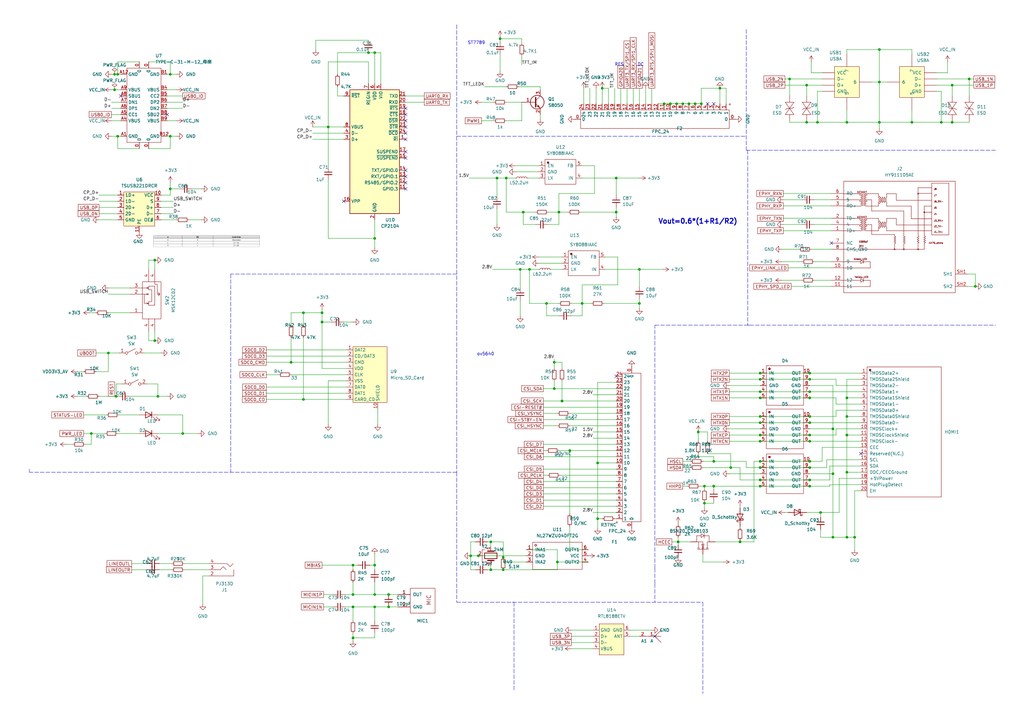
<source format=kicad_sch>
(kicad_sch (version 20211123) (generator eeschema)
  (paper "A3")
  (lib_symbols
    (symbol "Device:C_Small" (pin_numbers hide) (pin_names (offset 0.254) hide)
      (property "Reference" "C" (at 0.254 1.778 0))
      (property "Value" "C_Small" (at 0.254 -2.032 0))
      (symbol "C_Small_1_1"
        (pin passive line (at 0 2.54 270) (length 2.032) (name "~") (number "1"))
        (pin passive line (at 0 -2.54 90) (length 2.032) (name "~") (number "2"))
      )
    )
    (symbol "Device:Crystal_GND2" (pin_names (offset 1.016) hide)
      (property "Reference" "Y" (at 0 5.715 0))
      (property "Value" "Crystal_GND2" (at 0 3.81 0))
      (symbol "Crystal_GND2_1_1"
        (pin passive line (at -3.81 0 0) (length 1.27) (name "1") (number "1"))
        (pin passive line (at 0 -5.08 90) (length 1.27) (name "2") (number "2"))
        (pin passive line (at 3.81 0 180) (length 1.27) (name "3") (number "3"))
      )
    )
    (symbol "Device:D_Schottky" (pin_numbers hide) (pin_names (offset 1.016) hide)
      (property "Reference" "D" (at 0 2.54 0))
      (property "Value" "D_Schottky" (at 0 -2.54 0))
      (symbol "D_Schottky_1_1"
        (pin passive line (at -3.81 0 0) (length 2.54) (name "K") (number "1"))
        (pin passive line (at 3.81 0 180) (length 2.54) (name "A") (number "2"))
      )
    )
    (symbol "Device:LED" (pin_numbers hide) (pin_names (offset 1.016) hide)
      (property "Reference" "D" (at 0 2.54 0))
      (property "Value" "LED" (at 0 -2.54 0))
      (symbol "LED_1_1"
        (pin passive line (at -3.81 0 0) (length 2.54) (name "K") (number "1"))
        (pin passive line (at 3.81 0 180) (length 2.54) (name "A") (number "2"))
      )
    )
    (symbol "Device:L_Small" (pin_numbers hide) (pin_names (offset 0.254) hide)
      (property "Reference" "L" (at 0.762 1.016 0))
      (property "Value" "L_Small" (at 0.762 -1.016 0))
      (symbol "L_Small_1_1"
        (pin passive line (at 0 2.54 270) (length 0.508) (name "~") (number "1"))
        (pin passive line (at 0 -2.54 90) (length 0.508) (name "~") (number "2"))
      )
    )
    (symbol "Device:R_Small" (pin_numbers hide) (pin_names (offset 0.254) hide)
      (property "Reference" "R" (at 0.762 0.508 0))
      (property "Value" "R_Small" (at 0.762 -1.016 0))
      (symbol "R_Small_1_1"
        (pin passive line (at 0 2.54 270) (length 0.762) (name "~") (number "1"))
        (pin passive line (at 0 -2.54 90) (length 0.762) (name "~") (number "2"))
      )
    )
    (symbol "Interface_USB:CP2104"
      (property "Reference" "U" (at -5.08 28.575 0))
      (property "Value" "CP2104" (at -5.08 26.67 0))
      (symbol "CP2104_1_1"
        (pin input line (at 12.7 5.08 180) (length 2.54) (name "~{RI}") (number "1"))
        (pin no_connect line (at 10.16 -20.32 180) (length 2.54) hide (name "NC") (number "10"))
        (pin bidirectional line (at 12.7 -15.24 180) (length 2.54) (name "GPIO.3") (number "11"))
        (pin bidirectional line (at 12.7 -12.7 180) (length 2.54) (name "RS485/GPIO.2") (number "12"))
        (pin bidirectional line (at 12.7 -10.16 180) (length 2.54) (name "RXT/GPIO.1") (number "13"))
        (pin bidirectional line (at 12.7 -7.62 180) (length 2.54) (name "TXT/GPIO.0") (number "14"))
        (pin output line (at 12.7 -2.54 180) (length 2.54) (name "~{SUSPEND}") (number "15"))
        (pin passive line (at -12.7 -20.32 0) (length 2.54) (name "VPP") (number "16"))
        (pin output line (at 12.7 0 180) (length 2.54) (name "SUSPEND") (number "17"))
        (pin input line (at 12.7 15.24 180) (length 2.54) (name "~{CTS}") (number "18"))
        (pin output line (at 12.7 17.78 180) (length 2.54) (name "~{RTS}") (number "19"))
        (pin power_in line (at 0 -27.94 90) (length 2.54) (name "GND") (number "2"))
        (pin input line (at 12.7 20.32 180) (length 2.54) (name "RXD") (number "20"))
        (pin output line (at 12.7 22.86 180) (length 2.54) (name "TXD") (number "21"))
        (pin input line (at 12.7 12.7 180) (length 2.54) (name "~{DSR}") (number "22"))
        (pin output line (at 12.7 10.16 180) (length 2.54) (name "~{DTR}") (number "23"))
        (pin input line (at 12.7 7.62 180) (length 2.54) (name "~{DCD}") (number "24"))
        (pin passive line (at 0 -27.94 90) (length 2.54) hide (name "GND") (number "25"))
        (pin bidirectional line (at -12.7 5.08 0) (length 2.54) (name "D+") (number "3"))
        (pin bidirectional line (at -12.7 7.62 0) (length 2.54) (name "D-") (number "4"))
        (pin power_in line (at 2.54 27.94 270) (length 2.54) (name "VIO") (number "5"))
        (pin power_in line (at 0 27.94 270) (length 2.54) (name "VDD") (number "6"))
        (pin power_in line (at -2.54 27.94 270) (length 2.54) (name "REGIN") (number "7"))
        (pin input line (at -12.7 10.16 0) (length 2.54) (name "VBUS") (number "8"))
        (pin bidirectional line (at -12.7 22.86 0) (length 2.54) (name "~{RST}") (number "9"))
      )
    )
    (symbol "My_Library:A"
      (property "Reference" "A" (at -7.62 -2.54 0))
      (property "Value" "A" (at 6.35 6.35 0))
      (symbol "A_1_1"
        (pin passive line (at 0 3.81 270) (length 2.54) (name "") (number "1"))
        (pin passive line (at 0 -2.54 90) (length 2.54) (name "") (number "2"))
      )
    )
    (symbol "My_Library:BSN20_C558103" (pin_numbers hide) (pin_names (offset 1.016) hide)
      (property "Reference" "Q" (at 0 0 0))
      (property "Value" "BSN20_C558103" (at 0 0 0))
      (symbol "BSN20_C558103_1_1"
        (pin input line (at -5.08 0 0) (length 2.54) (name "G") (number "1"))
        (pin input line (at 0 -5.08 90) (length 2.54) (name "S") (number "2"))
        (pin input line (at 0 5.08 270) (length 2.54) (name "D") (number "3"))
      )
    )
    (symbol "My_Library:ESD" (pin_numbers hide) (pin_names (offset 1.016) hide)
      (property "Reference" "D" (at 0 2.54 0))
      (property "Value" "ESD" (at 0 -1.27 0))
      (symbol "ESD_1_1"
        (pin input line (at -5.08 0 0) (length 1.27) (name "K") (number "1"))
        (pin input line (at 5.08 0 180) (length 2.54) (name "A") (number "2"))
      )
    )
    (symbol "My_Library:FPC_24"
      (property "Reference" "F" (at -3.81 31.75 0))
      (property "Value" "FPC_24" (at -6.35 -36.83 0))
      (symbol "FPC_24_1_1"
        (pin passive line (at 0 -34.29 90) (length 2.54) (name "0") (number "0"))
        (pin passive line (at 0 31.75 270) (length 2.54) (name "0") (number "0"))
        (pin passive line (at -6.35 27.94 0) (length 2.54) (name "1") (number "1"))
        (pin passive line (at -6.35 5.08 0) (length 2.54) (name "10") (number "10"))
        (pin passive line (at -6.35 2.54 0) (length 2.54) (name "11") (number "11"))
        (pin passive line (at -6.35 0 0) (length 2.54) (name "12") (number "12"))
        (pin passive line (at -6.35 -2.54 0) (length 2.54) (name "13") (number "13"))
        (pin passive line (at -6.35 -5.08 0) (length 2.54) (name "14") (number "14"))
        (pin passive line (at -6.35 -7.62 0) (length 2.54) (name "15") (number "15"))
        (pin passive line (at -6.35 -10.16 0) (length 2.54) (name "16") (number "16"))
        (pin passive line (at -6.35 -12.7 0) (length 2.54) (name "17") (number "17"))
        (pin passive line (at -6.35 -15.24 0) (length 2.54) (name "18") (number "18"))
        (pin passive line (at -6.35 -17.78 0) (length 2.54) (name "19") (number "19"))
        (pin passive line (at -6.35 25.4 0) (length 2.54) (name "2") (number "2"))
        (pin passive line (at -6.35 -20.32 0) (length 2.54) (name "20") (number "20"))
        (pin passive line (at -6.35 -22.86 0) (length 2.54) (name "21") (number "21"))
        (pin passive line (at -6.35 -25.4 0) (length 2.54) (name "22") (number "22"))
        (pin passive line (at -6.35 -27.94 0) (length 2.54) (name "23") (number "23"))
        (pin passive line (at -6.35 -30.48 0) (length 2.54) (name "24") (number "24"))
        (pin passive line (at -6.35 22.86 0) (length 2.54) (name "3") (number "3"))
        (pin passive line (at -6.35 20.32 0) (length 2.54) (name "4") (number "4"))
        (pin passive line (at -6.35 17.78 0) (length 2.54) (name "5") (number "5"))
        (pin passive line (at -6.35 15.24 0) (length 2.54) (name "6") (number "6"))
        (pin passive line (at -6.35 12.7 0) (length 2.54) (name "7") (number "7"))
        (pin passive line (at -6.35 10.16 0) (length 2.54) (name "8") (number "8"))
        (pin passive line (at -6.35 7.62 0) (length 2.54) (name "9") (number "9"))
      )
    )
    (symbol "My_Library:HDMI" (pin_names (offset 1.016))
      (property "Reference" "HDMI" (at 0 29.337 0))
      (symbol "HDMI_1_1"
        (pin input line (at -17.78 24.13 0) (length 2.54) (name "TMDSData2+") (number "1"))
        (pin input line (at -17.78 1.27 0) (length 2.54) (name "TMDSClock+") (number "10"))
        (pin input line (at -17.78 -1.27 0) (length 2.54) (name "TMDSClockShield") (number "11"))
        (pin input line (at -17.78 -3.81 0) (length 2.54) (name "TMDSClock-") (number "12"))
        (pin input line (at -17.78 -6.35 0) (length 2.54) (name "CEC") (number "13"))
        (pin input line (at -17.78 -8.89 0) (length 2.54) (name "Reserved(N.C.)") (number "14"))
        (pin input line (at -17.78 -11.43 0) (length 2.54) (name "SCL") (number "15"))
        (pin input line (at -17.78 -13.97 0) (length 2.54) (name "SDA") (number "16"))
        (pin input line (at -17.78 -16.51 0) (length 2.54) (name "DDC/CECGround") (number "17"))
        (pin input line (at -17.78 -19.05 0) (length 2.54) (name "+5VPower") (number "18"))
        (pin input line (at -17.78 -21.59 0) (length 2.54) (name "HotPlugDetect") (number "19"))
        (pin input line (at -17.78 21.59 0) (length 2.54) (name "TMDSData2Shield") (number "2"))
        (pin input line (at -17.78 -24.13 0) (length 2.54) (name "EH") (number "20"))
        (pin input line (at -17.78 19.05 0) (length 2.54) (name "TMDSData2-") (number "3"))
        (pin input line (at -17.78 16.51 0) (length 2.54) (name "TMDSData1+") (number "4"))
        (pin input line (at -17.78 13.97 0) (length 2.54) (name "TMDSData1Shield") (number "5"))
        (pin input line (at -17.78 11.43 0) (length 2.54) (name "TMDSData1-") (number "6"))
        (pin input line (at -17.78 8.89 0) (length 2.54) (name "TMDSData0+") (number "7"))
        (pin input line (at -17.78 6.35 0) (length 2.54) (name "TMDSData0Shield") (number "8"))
        (pin input line (at -17.78 3.81 0) (length 2.54) (name "TMDSData0-") (number "9"))
      )
    )
    (symbol "My_Library:HY911105AE" (pin_names (offset 1.016))
      (property "Reference" "J" (at 0 0 0))
      (property "Value" "HY911105AE" (at 0 0 0))
      (symbol "HY911105AE_1_1"
        (text "1000pF" (at -16.764 -1.9812 0) (effects (font (size 0.6858 0.6858)) (justify left)))
        (text "1CT:1CT" (at -17.526 8.128 0) (effects (font (size 0.6858 0.6858)) (justify left)))
        (text "1CT:1CT" (at -17.526 18.3388 0) (effects (font (size 0.6858 0.6858)) (justify left)))
        (text "2KV" (at -16.764 -3.7592 0) (effects (font (size 0.6858 0.6858)) (justify left)))
        (text "4X75_ohms" (at 11.938 -2.4892 0) (effects (font (size 0.6858 0.6858)) (justify left)))
        (text "Green_LED" (at -18.796 -9.0932 0) (effects (font (size 0.6858 0.6858)) (justify left)))
        (text "J1_TX+" (at 13.97 2.032 0) (effects (font (size 0.6858 0.6858)) (justify left)))
        (text "J2_TX-" (at 13.97 4.318 0) (effects (font (size 0.6858 0.6858)) (justify left)))
        (text "J3_RX+" (at 13.97 6.6548 0) (effects (font (size 0.6858 0.6858)) (justify left)))
        (text "J4" (at 13.97 9.398 0) (effects (font (size 0.6858 0.6858)) (justify left)))
        (text "J5" (at 13.97 11.938 0) (effects (font (size 0.6858 0.6858)) (justify left)))
        (text "J6_RX-" (at 13.97 14.5288 0) (effects (font (size 0.6858 0.6858)) (justify left)))
        (text "J7" (at 13.97 17.018 0) (effects (font (size 0.6858 0.6858)) (justify left)))
        (text "J8" (at 13.97 19.6088 0) (effects (font (size 0.6858 0.6858)) (justify left)))
        (text "Yellow_LED" (at -18.542 -16.4592 0) (effects (font (size 0.6858 0.6858)) (justify left)))
        (pin input line (at -27.94 2.54 0) (length 5.08) (name "TD+") (number "1"))
        (pin input line (at -27.94 -12.7 0) (length 5.08) (name "10") (number "10"))
        (pin input line (at -27.94 -20.32 0) (length 5.08) (name "11") (number "11"))
        (pin input line (at -27.94 -17.78 0) (length 5.08) (name "12") (number "12"))
        (pin input line (at -27.94 7.62 0) (length 5.08) (name "TD-") (number "2"))
        (pin input line (at -27.94 12.7 0) (length 5.08) (name "RD+") (number "3"))
        (pin input line (at -27.94 5.08 0) (length 5.08) (name "4") (number "4"))
        (pin input line (at -27.94 15.24 0) (length 5.08) (name "5") (number "5"))
        (pin input line (at -27.94 17.78 0) (length 5.08) (name "RD-") (number "6"))
        (pin input line (at -27.94 -2.54 0) (length 5.08) (name "NC") (number "7"))
        (pin input line (at -27.94 -5.08 0) (length 5.08) (name "CHS_GND") (number "8"))
        (pin input line (at -27.94 -10.16 0) (length 5.08) (name "9") (number "9"))
        (pin input line (at 27.94 -15.24 180) (length 5.08) (name "SH1") (number "SH1"))
        (pin input line (at 27.94 -20.32 180) (length 5.08) (name "SH2") (number "SH2"))
      )
    )
    (symbol "My_Library:MIC" (pin_names (offset 1.016))
      (property "Reference" "MIC" (at 0 3.81 0))
      (symbol "MIC_1_1"
        (text "MIC" (at -2.54 5.08 0) (effects (font (size 1.6256 1.6256)) (justify left)))
        (pin input line (at -2.54 -7.62 90) (length 5.08) (name "OUT") (number "1"))
        (pin input line (at 2.54 -7.62 90) (length 5.08) (name "GND") (number "2"))
      )
    )
    (symbol "My_Library:MSK12C02" (pin_names (offset 1.016) hide)
      (property "Reference" "SW" (at 0 10.668 0))
      (property "Value" "MSK12C02" (at 0 12.7 0))
      (symbol "MSK12C02_1_1"
        (pin passive line (at -5.08 7.62 270) (length 5.08) (name "1") (number "1"))
        (pin passive line (at 2.54 7.62 270) (length 5.08) (name "2") (number "2"))
        (pin passive line (at 5.08 7.62 270) (length 5.08) (name "3") (number "3"))
        (pin bidirectional line (at -12.7 -2.54 0) (length 5.08) (name "4") (number "4"))
        (pin passive line (at -12.7 0 0) (length 5.08) (name "4") (number "4"))
        (pin passive line (at 12.7 -2.54 180) (length 5.08) (name "4") (number "4"))
        (pin passive line (at 12.7 0 180) (length 5.08) (name "4") (number "4"))
      )
    )
    (symbol "My_Library:Micro_SD_Card"
      (property "Reference" "U" (at 0 12.7 0))
      (property "Value" "Micro_SD_Card" (at 0 -17.78 0))
      (symbol "Micro_SD_Card_1_1"
        (pin passive line (at -8.89 10.16 0) (length 2.54) (name "DAT2") (number "1"))
        (pin passive line (at 3.81 -13.97 90) (length 2.54) (name "SHIELD") (number "10"))
        (pin passive line (at -8.89 7.62 0) (length 2.54) (name "CD/DAT3") (number "2"))
        (pin passive line (at -8.89 5.08 0) (length 2.54) (name "CMD") (number "3"))
        (pin passive line (at -8.89 2.54 0) (length 2.54) (name "VDD") (number "4"))
        (pin passive line (at -8.89 0 0) (length 2.54) (name "CLK") (number "5"))
        (pin passive line (at -8.89 -2.54 0) (length 2.54) (name "VSS") (number "6"))
        (pin passive line (at -8.89 -5.08 0) (length 2.54) (name "DAT0") (number "7"))
        (pin passive line (at -8.89 -7.62 0) (length 2.54) (name "DAT1") (number "8"))
        (pin passive line (at -8.89 -10.16 0) (length 2.54) (name "CARD_CD") (number "9"))
      )
    )
    (symbol "My_Library:NL27WZU04DFT2G" (pin_names (offset 1.016))
      (property "Reference" "U" (at 0 0 0))
      (property "Value" "NL27WZU04DFT2G" (at 0 0 0))
      (symbol "NL27WZU04DFT2G_1_1"
        (pin input line (at -12.7 2.54 0) (length 2.54) (name "INA1") (number "1"))
        (pin input line (at -12.7 0 0) (length 2.54) (name "GND") (number "2"))
        (pin input line (at -12.7 -2.54 0) (length 2.54) (name "INA2") (number "3"))
        (pin input line (at 12.7 -2.54 180) (length 2.54) (name "OUTY2") (number "4"))
        (pin input line (at 12.7 0 180) (length 2.54) (name "VCC") (number "5"))
        (pin input line (at 12.7 2.54 180) (length 2.54) (name "OUTY1") (number "6"))
      )
    )
    (symbol "My_Library:PJ313D" (pin_names (offset 1.016) hide)
      (property "Reference" "J" (at 0 7.747 0))
      (property "Value" "PJ313D" (at -1.27 5.08 0))
      (symbol "PJ313D_1_1"
        (pin input line (at 5.08 2.54 180) (length 2.54) (name "2") (number "2"))
        (pin input line (at 5.08 0 180) (length 2.54) (name "3") (number "3"))
        (pin input line (at 5.08 -2.54 180) (length 2.54) (name "4") (number "4"))
      )
    )
    (symbol "My_Library:RCLAMP0524P" (pin_names (offset 1.016))
      (property "Reference" "D" (at 0 10.668 0))
      (symbol "RCLAMP0524P_1_1"
        (pin input line (at -10.16 5.08 0) (length 2.54) (name "IN") (number "1"))
        (pin input line (at 10.16 5.08 180) (length 2.54) (name "OUT") (number "10"))
        (pin input line (at -10.16 2.54 0) (length 2.54) (name "IN") (number "2"))
        (pin input line (at -10.16 0 0) (length 2.54) (name "GND") (number "3"))
        (pin input line (at -10.16 -2.54 0) (length 2.54) (name "IN") (number "4"))
        (pin input line (at -10.16 -5.08 0) (length 2.54) (name "IN") (number "5"))
        (pin input line (at 10.16 -5.08 180) (length 2.54) (name "OUT") (number "6"))
        (pin input line (at 10.16 -2.54 180) (length 2.54) (name "OUT") (number "7"))
        (pin input line (at 10.16 0 180) (length 2.54) (name "GND") (number "8"))
        (pin input line (at 10.16 2.54 180) (length 2.54) (name "OUT") (number "9"))
      )
    )
    (symbol "My_Library:RTL8188ETV"
      (property "Reference" "U" (at -2.54 8.89 0))
      (property "Value" "RTL8188ETV" (at -2.54 7.62 0))
      (symbol "RTL8188ETV_1_1"
        (pin passive line (at -7.62 3.81 0) (length 2.54) (name "GND") (number "1"))
        (pin passive line (at -7.62 1.27 0) (length 2.54) (name "D+") (number "2"))
        (pin passive line (at -7.62 -1.27 0) (length 2.54) (name "D-") (number "3"))
        (pin passive line (at -7.62 -3.81 0) (length 2.54) (name "VBUS") (number "4"))
        (pin passive line (at 7.62 1.27 180) (length 2.54) (name "ANT") (number "5"))
        (pin passive line (at 7.62 3.81 180) (length 2.54) (name "GND") (number "6"))
      )
    )
    (symbol "My_Library:S8050" (pin_names (offset 0) hide)
      (property "Reference" "Q" (at 5.08 1.905 0))
      (property "Value" "S8050" (at 5.08 0 0))
      (symbol "S8050_1_1"
        (pin input line (at -5.08 0 0) (length 5.08) (name "B") (number "1"))
        (pin passive line (at 2.54 -5.08 90) (length 2.54) (name "E") (number "2"))
        (pin passive line (at 2.54 5.08 270) (length 2.54) (name "C") (number "3"))
      )
    )
    (symbol "My_Library:SW" (pin_names hide)
      (property "Reference" "SW" (at -0.127 2.159 0))
      (property "Value" "SW" (at -0.127 -2.159 0))
      (symbol "SW_1_1"
        (pin passive line (at -5.08 0 0) (length 2.54) (name "A") (number "1"))
        (pin passive line (at 5.08 0 180) (length 2.54) (name "B") (number "2"))
      )
    )
    (symbol "My_Library:SY8088IAAC" (pin_names (offset 1.016))
      (property "Reference" "U" (at 0 7.6962 0))
      (property "Value" "SY8088IAAC" (at 0 12.7762 0))
      (symbol "SY8088IAAC_1_1"
        (pin input line (at -8.89 2.54 0) (length 2.54) (name "EN") (number "1"))
        (pin input line (at -8.89 0 0) (length 2.54) (name "GND") (number "2"))
        (pin input line (at -8.89 -2.54 0) (length 2.54) (name "LX") (number "3"))
        (pin input line (at 8.89 -2.54 180) (length 2.54) (name "IN") (number "4"))
        (pin input line (at 8.89 2.54 180) (length 2.54) (name "FB") (number "5"))
      )
    )
    (symbol "My_Library:TSUSB221DRCR"
      (property "Reference" "U" (at -5.08 7.62 0))
      (property "Value" "TSUSB221DRCR" (at 6.35 7.62 0))
      (symbol "TSUSB221DRCR_1_1"
        (pin passive line (at -8.89 5.08 0) (length 2.54) (name "1D+") (number "1"))
        (pin passive line (at 8.89 5.08 180) (length 2.54) (name "VCC") (number "10"))
        (pin passive line (at 0 -10.16 90) (length 2.54) (name "PE") (number "11"))
        (pin passive line (at -8.89 2.54 0) (length 2.54) (name "1D-") (number "2"))
        (pin passive line (at -8.89 0 0) (length 2.54) (name "2D+") (number "3"))
        (pin passive line (at -8.89 -2.54 0) (length 2.54) (name "2D-") (number "4"))
        (pin passive line (at -8.89 -5.08 0) (length 2.54) (name "GND") (number "5"))
        (pin passive line (at 8.89 -5.08 180) (length 2.54) (name "OE#") (number "6"))
        (pin passive line (at 8.89 -2.54 180) (length 2.54) (name "D-") (number "7"))
        (pin passive line (at 8.89 0 180) (length 2.54) (name "D+") (number "8"))
        (pin passive line (at 8.89 2.54 180) (length 2.54) (name "S") (number "9"))
      )
    )
    (symbol "My_Library:TYPE-C-31-M-12_母座"
      (property "Reference" "U" (at -8.89 17.78 0))
      (property "Value" "TYPE-C-31-M-12_母座" (at 1.27 -24.13 0))
      (symbol "TYPE-C-31-M-12_母座_1_1"
        (pin passive line (at -1.27 -19.05 90) (length 2.54) (name "0") (number "0"))
        (pin passive line (at -1.27 16.51 270) (length 2.54) (name "0") (number "0"))
        (pin passive line (at 2.54 -19.05 90) (length 2.54) (name "0") (number "0"))
        (pin passive line (at 2.54 16.51 270) (length 2.54) (name "0") (number "0"))
        (pin passive line (at 10.16 -13.97 180) (length 2.54) (name "GND") (number "A1"))
        (pin passive line (at 10.16 11.43 180) (length 2.54) (name "GND") (number "A12"))
        (pin passive line (at 10.16 -7.62 180) (length 2.54) (name "VBUS") (number "A4"))
        (pin passive line (at 10.16 -5.08 180) (length 2.54) (name "CC1") (number "A5"))
        (pin passive line (at 10.16 -2.54 180) (length 2.54) (name "DP1") (number "A6"))
        (pin passive line (at 10.16 0 180) (length 2.54) (name "DN1") (number "A7"))
        (pin passive line (at 10.16 2.54 180) (length 2.54) (name "SBU1") (number "A8"))
        (pin passive line (at 10.16 5.08 180) (length 2.54) (name "VBUS") (number "A9"))
        (pin passive line (at -8.89 11.43 0) (length 2.54) (name "GND") (number "B1"))
        (pin passive line (at -8.89 -13.97 0) (length 2.54) (name "GND") (number "B12"))
        (pin passive line (at -8.89 5.08 0) (length 2.54) (name "VBUS") (number "B4"))
        (pin passive line (at -8.89 2.54 0) (length 2.54) (name "CC2") (number "B5"))
        (pin passive line (at -8.89 0 0) (length 2.54) (name "DP2") (number "B6"))
        (pin passive line (at -8.89 -2.54 0) (length 2.54) (name "DN2") (number "B7"))
        (pin passive line (at -8.89 -5.08 0) (length 2.54) (name "SBU2") (number "B8"))
        (pin passive line (at -8.89 -7.62 0) (length 2.54) (name "VBUS") (number "B9"))
      )
    )
    (symbol "My_Library:USBA" (pin_numbers hide) (pin_names (offset 1.016))
      (property "Reference" "USB" (at 0 14.478 0))
      (property "Value" "USBA" (at 0 19.558 0))
      (symbol "USBA_1_1"
        (pin input line (at 10.16 3.81 180) (length 5.08) (name "VCC") (number "1"))
        (pin input line (at 10.16 1.27 180) (length 5.08) (name "D-") (number "2"))
        (pin input line (at 10.16 -1.27 180) (length 5.08) (name "D+") (number "3"))
        (pin input line (at 10.16 -3.81 180) (length 5.08) (name "GND") (number "4"))
        (pin input line (at 0 -11.43 90) (length 5.08) (name "5") (number "5"))
        (pin input line (at -10.16 0 0) (length 5.08) (name "6") (number "6"))
        (pin input line (at 0 11.43 270) (length 5.08) (name "7") (number "7"))
      )
    )
    (symbol "My_Library:VCC_IN" (power)
      (property "Value" "VCC_IN" (at 0 3.81 0))
      (symbol "VCC_IN_1_1"
        (pin power_in line (at 0 0 90) (length 0) hide (name "VCC_IN") (number "1"))
      )
    )
    (symbol "My_Library:VDD3V3_AV" (power) (in_bom no)
      (property "Value" "VDD3V3_AV" (at 0 3.81 0))
      (symbol "VDD3V3_AV_1_1"
        (pin power_in line (at 0 0 90) (length 0) hide (name "VDD3V3_AV") (number "1"))
      )
    )
    (symbol "power:+3.3V" (power) (pin_names (offset 0))
      (property "Value" "+3.3V" (at 0 3.556 0))
      (symbol "+3.3V_1_1"
        (pin power_in line (at 0 0 90) (length 0) hide (name "+3V3") (number "1"))
      )
    )
    (symbol "power:+3V3" (power) (pin_names (offset 0))
      (property "Value" "+3V3" (at 0 3.556 0))
      (symbol "+3V3_1_1"
        (pin power_in line (at 0 0 90) (length 0) hide (name "+3V3") (number "1"))
      )
    )
    (symbol "power:GND" (power) (pin_names (offset 0))
      (property "Value" "GND" (at 0 -3.81 0))
      (symbol "GND_1_1"
        (pin power_in line (at 0 0 270) (length 0) hide (name "GND") (number "1"))
      )
    )
    (symbol "power:PWR_FLAG" (power) (pin_numbers hide) (pin_names (offset 0) hide)
      (property "Value" "PWR_FLAG" (at 0 3.81 0))
      (symbol "PWR_FLAG_0_0"
        (pin power_out line (at 0 0 90) (length 0) (name "pwr") (number "1"))
      )
    )
  )
  (junction (at 332.105 178.435))
  (junction (at 397.51 32.385))
  (junction (at 332.105 153.035))
  (junction (at 347.345 170.815))
  (junction (at 224.155 124.46))
  (junction (at 386.08 50.165))
  (junction (at 311.785 189.23))
  (junction (at 44.45 144.78))
  (junction (at 311.785 196.85))
  (junction (at 332.105 196.85))
  (junction (at 311.785 163.195))
  (junction (at 247.015 36.195))
  (junction (at 69.85 55.88))
  (junction (at 274.955 42.545))
  (junction (at 262.255 110.49))
  (junction (at 203.835 73.025))
  (junction (at 217.17 110.49))
  (junction (at 196.215 227.965))
  (junction (at 286.385 177.165))
  (junction (at 282.575 42.545))
  (junction (at 311.785 180.975))
  (junction (at 37.465 177.8))
  (junction (at 206.375 233.68))
  (junction (at 193.04 227.965))
  (junction (at 292.735 199.39))
  (junction (at 159.385 248.92))
  (junction (at 390.525 34.925))
  (junction (at 390.525 50.165))
  (junction (at 303.53 222.25))
  (junction (at 124.46 128.27))
  (junction (at 311.785 170.815))
  (junction (at 287.655 42.545))
  (junction (at 332.105 160.655))
  (junction (at 311.785 173.355))
  (junction (at 374.015 50.165))
  (junction (at 47.625 162.56))
  (junction (at 206.375 228.6))
  (junction (at 48.26 55.88))
  (junction (at 285.115 42.545))
  (junction (at 207.645 73.025))
  (junction (at 400.05 117.475))
  (junction (at 48.26 30.48))
  (junction (at 205.105 15.875))
  (junction (at 360.68 20.32))
  (junction (at 311.785 199.39))
  (junction (at 280.035 42.545))
  (junction (at 347.345 178.435))
  (junction (at 347.345 50.165))
  (junction (at 233.68 184.785))
  (junction (at 252.73 73.025))
  (junction (at 144.78 261.62))
  (junction (at 336.55 210.185))
  (junction (at 119.38 148.59))
  (junction (at 201.295 233.68))
  (junction (at 153.67 97.79))
  (junction (at 347.345 193.675))
  (junction (at 201.295 222.25))
  (junction (at 151.13 21.59))
  (junction (at 227.33 148.59))
  (junction (at 230.505 164.465))
  (junction (at 332.105 163.195))
  (junction (at 332.105 191.77))
  (junction (at 252.73 86.995))
  (junction (at 332.105 199.39))
  (junction (at 46.99 30.48))
  (junction (at 229.235 86.995))
  (junction (at 332.105 173.355))
  (junction (at 134.62 52.07))
  (junction (at 311.785 153.035))
  (junction (at 228.6 230.505))
  (junction (at 213.36 110.49))
  (junction (at 360.68 50.165))
  (junction (at 245.11 189.865))
  (junction (at 159.385 243.84))
  (junction (at 330.835 34.925))
  (junction (at 311.785 160.655))
  (junction (at 288.925 199.39))
  (junction (at 63.5 139.7))
  (junction (at 311.785 191.77))
  (junction (at 299.72 191.77))
  (junction (at 144.78 248.92))
  (junction (at 245.11 212.725))
  (junction (at 144.78 243.84))
  (junction (at 277.495 42.545))
  (junction (at 341.63 220.345))
  (junction (at 360.68 33.655))
  (junction (at 295.275 36.195))
  (junction (at 238.76 124.46))
  (junction (at 347.345 220.345))
  (junction (at 330.835 50.165))
  (junction (at 288.925 206.375))
  (junction (at 278.13 222.25))
  (junction (at 347.345 163.195))
  (junction (at 292.735 189.23))
  (junction (at 332.105 180.975))
  (junction (at 350.52 220.345))
  (junction (at 132.08 128.27))
  (junction (at 341.63 175.895))
  (junction (at 335.28 50.165))
  (junction (at 153.67 248.92))
  (junction (at 69.85 30.48))
  (junction (at 272.415 42.545))
  (junction (at 214.63 86.995))
  (junction (at 311.785 155.575))
  (junction (at 144.78 231.775))
  (junction (at 341.63 194.31))
  (junction (at 153.67 21.59))
  (junction (at 64.77 162.56))
  (junction (at 124.46 163.83))
  (junction (at 332.105 189.23))
  (junction (at 323.85 32.385))
  (junction (at 63.5 106.68))
  (junction (at 332.105 155.575))
  (junction (at 69.85 77.47))
  (junction (at 153.67 231.775))
  (junction (at 311.785 178.435))
  (junction (at 227.33 159.385))
  (junction (at 46.99 36.83))
  (junction (at 332.105 170.815))
  (junction (at 132.08 132.08))
  (junction (at 74.93 177.8))
  (junction (at 153.67 243.84))
  (junction (at 262.255 124.46))
  (no_connect (at 140.97 82.55))
  (no_connect (at 166.37 54.61))
  (no_connect (at 166.37 72.39))
  (no_connect (at 340.995 99.695))
  (no_connect (at 353.06 186.055))
  (no_connect (at 166.37 44.45))
  (no_connect (at 166.37 64.77))
  (no_connect (at 292.735 42.545))
  (no_connect (at 290.195 42.545))
  (no_connect (at 166.37 77.47))
  (no_connect (at 268.605 260.985))
  (no_connect (at 49.53 39.37))
  (no_connect (at 166.37 74.93))
  (no_connect (at 166.37 49.53))
  (no_connect (at 166.37 69.85))
  (no_connect (at 166.37 52.07))
  (no_connect (at 166.37 57.15))
  (no_connect (at 252.73 154.305))
  (no_connect (at 166.37 46.99))
  (no_connect (at 68.58 46.99))
  (no_connect (at 166.37 62.23))
  (wire (pts (xy 248.285 110.49) (xy 262.255 110.49)))
  (wire (pts (xy 299.085 180.975) (xy 311.785 180.975)))
  (wire (pts (xy 229.235 129.54) (xy 224.155 129.54)))
  (wire (pts (xy 144.78 231.775) (xy 146.685 231.775)))
  (wire (pts (xy 228.6 230.505) (xy 228.6 225.425)))
  (wire (pts (xy 48.26 30.48) (xy 49.53 30.48)))
  (wire (pts (xy 252.73 156.845) (xy 245.11 156.845)))
  (wire (pts (xy 109.22 163.83) (xy 124.46 163.83)))
  (wire (pts (xy 222.885 200.025) (xy 252.73 200.025)))
  (wire (pts (xy 153.67 231.775) (xy 153.67 233.68)))
  (wire (pts (xy 132.08 128.27) (xy 124.46 128.27)))
  (wire (pts (xy 337.185 34.925) (xy 330.835 34.925)))
  (wire (pts (xy 238.76 124.46) (xy 242.57 124.46)))
  (wire (pts (xy 233.68 215.9) (xy 233.68 225.425)))
  (wire (pts (xy 286.385 186.055) (xy 286.385 187.325)))
  (wire (pts (xy 40.64 162.56) (xy 47.625 162.56)))
  (wire (pts (xy 66.04 85.09) (xy 71.12 85.09)))
  (wire (pts (xy 234.315 124.46) (xy 238.76 124.46)))
  (wire (pts (xy 332.105 178.435) (xy 342.9 178.435)))
  (wire (pts (xy 153.67 97.79) (xy 153.67 101.6)))
  (wire (pts (xy 243.84 79.375) (xy 229.235 79.375)))
  (wire (pts (xy 193.04 222.25) (xy 193.04 227.965)))
  (wire (pts (xy 234.315 258.445) (xy 243.205 258.445)))
  (wire (pts (xy 83.185 236.22) (xy 83.185 247.65)))
  (wire (pts (xy 201.295 222.25) (xy 201.295 224.155)))
  (wire (pts (xy 37.465 182.245) (xy 37.465 177.8)))
  (wire (pts (xy 360.68 20.32) (xy 374.015 20.32)))
  (wire (pts (xy 252.73 88.9) (xy 252.73 86.995)))
  (wire (pts (xy 334.01 81.915) (xy 340.995 81.915)))
  (wire (pts (xy 259.715 36.195) (xy 259.715 42.545)))
  (wire (pts (xy 278.13 220.345) (xy 278.13 222.25)))
  (wire (pts (xy 159.385 243.84) (xy 163.195 243.84)))
  (wire (pts (xy 311.785 173.355) (xy 332.105 173.355)))
  (wire (pts (xy 339.09 191.77) (xy 332.105 191.77)))
  (wire (pts (xy 60.96 60.96) (xy 69.85 60.96)))
  (wire (pts (xy 153.67 248.92) (xy 159.385 248.92)))
  (wire (pts (xy 335.28 37.465) (xy 335.28 50.165)))
  (wire (pts (xy 66.04 82.55) (xy 71.12 82.55)))
  (wire (pts (xy 69.85 74.93) (xy 69.85 77.47)))
  (wire (pts (xy 233.68 225.425) (xy 241.3 225.425)))
  (wire (pts (xy 124.46 128.27) (xy 119.38 128.27)))
  (wire (pts (xy 166.37 41.91) (xy 173.99 41.91)))
  (wire (pts (xy 347.345 20.32) (xy 360.68 20.32)))
  (wire (pts (xy 323.215 109.855) (xy 340.995 109.855)))
  (wire (pts (xy 286.385 177.165) (xy 286.385 180.975)))
  (wire (pts (xy 327.66 102.235) (xy 320.675 102.235)))
  (wire (pts (xy 288.925 205.74) (xy 288.925 206.375)))
  (wire (pts (xy 299.72 186.055) (xy 290.195 186.055)))
  (wire (pts (xy 194.945 233.68) (xy 193.04 233.68)))
  (wire (pts (xy 132.08 127) (xy 132.08 128.27)))
  (wire (pts (xy 34.29 177.8) (xy 37.465 177.8)))
  (wire (pts (xy 40.64 80.01) (xy 48.26 80.01)))
  (wire (pts (xy 144.78 243.84) (xy 153.67 243.84)))
  (wire (pts (xy 224.155 129.54) (xy 224.155 124.46)))
  (wire (pts (xy 68.58 39.37) (xy 74.93 39.37)))
  (wire (pts (xy 247.015 36.195) (xy 249.555 36.195)))
  (wire (pts (xy 203.835 85.725) (xy 203.835 92.075)))
  (wire (pts (xy 280.035 191.77) (xy 283.21 191.77)))
  (wire (pts (xy 219.71 92.075) (xy 214.63 92.075)))
  (wire (pts (xy 330.835 34.925) (xy 330.835 39.37)))
  (wire (pts (xy 248.285 105.41) (xy 253.365 105.41)))
  (wire (pts (xy 288.29 191.77) (xy 299.72 191.77)))
  (wire (pts (xy 245.11 189.865) (xy 252.73 189.865)))
  (wire (pts (xy 153.67 248.92) (xy 153.67 254.635)))
  (wire (pts (xy 350.52 201.295) (xy 350.52 220.345)))
  (wire (pts (xy 288.925 200.66) (xy 288.925 199.39)))
  (wire (pts (xy 213.995 22.86) (xy 213.995 26.67)))
  (wire (pts (xy 320.675 107.315) (xy 328.93 107.315)))
  (wire (pts (xy 45.72 41.91) (xy 49.53 41.91)))
  (wire (pts (xy 227.33 148.59) (xy 230.505 148.59)))
  (wire (pts (xy 221.615 35.56) (xy 221.615 36.83)))
  (polyline (pts (xy 12.065 192.405) (xy 12.065 193.675)))
  (wire (pts (xy 347.345 163.195) (xy 347.345 170.815)))
  (wire (pts (xy 337.185 189.23) (xy 332.105 189.23)))
  (wire (pts (xy 47.625 162.56) (xy 48.26 162.56)))
  (wire (pts (xy 132.715 243.84) (xy 136.525 243.84)))
  (wire (pts (xy 119.38 148.59) (xy 109.22 148.59)))
  (polyline (pts (xy 187.325 193.675) (xy 187.325 247.015)))
  (wire (pts (xy 221.615 46.99) (xy 221.615 48.895)))
  (wire (pts (xy 311.785 180.975) (xy 332.105 180.975)))
  (wire (pts (xy 374.015 50.165) (xy 386.08 50.165)))
  (wire (pts (xy 69.85 30.48) (xy 72.39 30.48)))
  (wire (pts (xy 353.06 165.735) (xy 342.9 165.735)))
  (wire (pts (xy 234.315 263.525) (xy 243.205 263.525)))
  (wire (pts (xy 292.735 205.74) (xy 292.735 206.375)))
  (wire (pts (xy 37.465 177.8) (xy 43.18 177.8)))
  (wire (pts (xy 311.785 163.195) (xy 332.105 163.195)))
  (wire (pts (xy 229.235 184.785) (xy 233.68 184.785)))
  (wire (pts (xy 142.24 156.21) (xy 134.62 156.21)))
  (wire (pts (xy 229.6487 194.945) (xy 252.73 194.945)))
  (wire (pts (xy 72.39 49.53) (xy 68.58 49.53)))
  (wire (pts (xy 228.6 233.68) (xy 228.6 230.505)))
  (wire (pts (xy 280.035 199.39) (xy 281.94 199.39)))
  (wire (pts (xy 60.325 157.48) (xy 64.77 157.48)))
  (wire (pts (xy 205.105 15.875) (xy 205.105 17.145)))
  (wire (pts (xy 252.73 73.025) (xy 262.255 73.025)))
  (wire (pts (xy 337.185 32.385) (xy 323.85 32.385)))
  (wire (pts (xy 299.085 170.815) (xy 311.785 170.815)))
  (wire (pts (xy 45.72 44.45) (xy 49.53 44.45)))
  (wire (pts (xy 299.085 194.31) (xy 311.785 194.31)))
  (wire (pts (xy 57.15 25.4) (xy 48.26 25.4)))
  (wire (pts (xy 347.345 220.345) (xy 350.52 220.345)))
  (wire (pts (xy 337.185 183.515) (xy 337.185 189.23)))
  (wire (pts (xy 128.27 52.07) (xy 134.62 52.07)))
  (polyline (pts (xy 210.185 247.015) (xy 288.29 247.015)))
  (wire (pts (xy 29.845 182.245) (xy 27.305 182.245)))
  (wire (pts (xy 205.105 15.24) (xy 205.105 15.875)))
  (wire (pts (xy 40.64 90.17) (xy 48.26 90.17)))
  (wire (pts (xy 299.085 153.035) (xy 311.785 153.035)))
  (wire (pts (xy 353.06 196.215) (xy 344.17 196.215)))
  (wire (pts (xy 303.53 221.615) (xy 303.53 222.25)))
  (wire (pts (xy 234.315 266.065) (xy 243.205 266.065)))
  (wire (pts (xy 330.835 50.165) (xy 323.85 50.165)))
  (wire (pts (xy 68.58 162.56) (xy 64.77 162.56)))
  (wire (pts (xy 303.53 196.85) (xy 311.785 196.85)))
  (wire (pts (xy 241.3 230.505) (xy 228.6 230.505)))
  (wire (pts (xy 342.9 165.735) (xy 342.9 163.195)))
  (wire (pts (xy 203.835 73.025) (xy 203.835 80.645)))
  (wire (pts (xy 280.035 42.545) (xy 277.495 42.545)))
  (wire (pts (xy 63.5 106.68) (xy 60.96 106.68)))
  (wire (pts (xy 141.605 243.84) (xy 144.78 243.84)))
  (wire (pts (xy 238.76 129.54) (xy 238.76 124.46)))
  (wire (pts (xy 70.485 231.14) (xy 65.405 231.14)))
  (wire (pts (xy 134.62 156.21) (xy 134.62 173.99)))
  (wire (pts (xy 57.15 60.96) (xy 48.26 60.96)))
  (wire (pts (xy 124.46 128.27) (xy 124.46 133.35)))
  (wire (pts (xy 217.17 124.46) (xy 224.155 124.46)))
  (wire (pts (xy 222.885 187.325) (xy 252.73 187.325)))
  (wire (pts (xy 119.38 128.27) (xy 119.38 133.35)))
  (wire (pts (xy 303.53 207.645) (xy 303.53 208.28)))
  (wire (pts (xy 390.525 50.165) (xy 390.525 49.53)))
  (wire (pts (xy 229.235 86.995) (xy 233.045 86.995)))
  (wire (pts (xy 306.07 191.77) (xy 311.785 191.77)))
  (wire (pts (xy 374.015 45.085) (xy 374.015 50.165)))
  (wire (pts (xy 151.13 34.29) (xy 151.13 25.4)))
  (wire (pts (xy 336.55 220.345) (xy 341.63 220.345)))
  (wire (pts (xy 49.53 46.99) (xy 45.72 46.99)))
  (wire (pts (xy 46.99 30.48) (xy 48.26 30.48)))
  (wire (pts (xy 196.215 227.965) (xy 215.9 227.965)))
  (wire (pts (xy 151.13 25.4) (xy 134.62 25.4)))
  (wire (pts (xy 227.33 159.385) (xy 252.73 159.385)))
  (wire (pts (xy 353.06 188.595) (xy 339.09 188.595)))
  (wire (pts (xy 238.76 73.025) (xy 252.73 73.025)))
  (wire (pts (xy 53.34 162.56) (xy 64.77 162.56)))
  (wire (pts (xy 254.635 36.195) (xy 254.635 42.545)))
  (wire (pts (xy 252.73 86.995) (xy 252.73 85.09)))
  (wire (pts (xy 323.85 32.385) (xy 323.85 39.37)))
  (wire (pts (xy 292.735 206.375) (xy 288.925 206.375)))
  (wire (pts (xy 220.98 107.95) (xy 230.505 107.95)))
  (wire (pts (xy 227.33 148.59) (xy 227.33 151.13)))
  (wire (pts (xy 309.245 189.23) (xy 311.785 189.23)))
  (wire (pts (xy 220.98 105.41) (xy 230.505 105.41)))
  (wire (pts (xy 138.43 21.59) (xy 138.43 30.48)))
  (wire (pts (xy 390.525 50.165) (xy 397.51 50.165)))
  (wire (pts (xy 222.885 207.645) (xy 252.73 207.645)))
  (wire (pts (xy 201.93 110.49) (xy 213.36 110.49)))
  (wire (pts (xy 201.295 222.25) (xy 200.025 222.25)))
  (wire (pts (xy 262.255 126.365) (xy 262.255 124.46)))
  (wire (pts (xy 299.085 155.575) (xy 311.785 155.575)))
  (wire (pts (xy 215.9 230.505) (xy 206.375 230.505)))
  (wire (pts (xy 129.54 16.51) (xy 151.13 16.51)))
  (wire (pts (xy 207.645 49.53) (xy 213.995 49.53)))
  (wire (pts (xy 69.85 60.96) (xy 69.85 55.88)))
  (wire (pts (xy 132.08 128.27) (xy 132.08 132.08)))
  (wire (pts (xy 347.345 163.195) (xy 353.06 163.195)))
  (wire (pts (xy 286.385 187.325) (xy 292.735 187.325)))
  (wire (pts (xy 193.04 233.68) (xy 193.04 227.965)))
  (wire (pts (xy 60.325 231.14) (xy 53.975 231.14)))
  (wire (pts (xy 323.85 50.165) (xy 323.85 49.53)))
  (polyline (pts (xy 268.605 239.395) (xy 268.605 247.015)))
  (wire (pts (xy 224.155 124.46) (xy 229.235 124.46)))
  (wire (pts (xy 226.06 110.49) (xy 230.505 110.49)))
  (wire (pts (xy 295.275 36.195) (xy 297.815 36.195)))
  (wire (pts (xy 311.785 199.39) (xy 332.105 199.39)))
  (wire (pts (xy 39.37 152.4) (xy 44.45 152.4)))
  (wire (pts (xy 321.31 94.615) (xy 340.995 94.615)))
  (wire (pts (xy 288.29 227.33) (xy 288.29 230.505)))
  (wire (pts (xy 142.24 153.67) (xy 119.38 153.67)))
  (wire (pts (xy 340.36 191.135) (xy 340.36 196.85)))
  (wire (pts (xy 39.37 144.78) (xy 44.45 144.78)))
  (wire (pts (xy 207.645 35.56) (xy 198.755 35.56)))
  (wire (pts (xy 332.74 25.4) (xy 332.74 29.845)))
  (wire (pts (xy 222.885 192.405) (xy 252.73 192.405)))
  (wire (pts (xy 384.175 37.465) (xy 386.08 37.465)))
  (wire (pts (xy 340.995 102.235) (xy 332.74 102.235)))
  (wire (pts (xy 280.035 189.23) (xy 283.21 189.23)))
  (wire (pts (xy 72.39 36.83) (xy 68.58 36.83)))
  (wire (pts (xy 330.835 50.165) (xy 330.835 49.53)))
  (wire (pts (xy 69.85 77.47) (xy 69.85 80.01)))
  (wire (pts (xy 384.175 29.845) (xy 388.62 29.845)))
  (wire (pts (xy 156.21 21.59) (xy 153.67 21.59)))
  (wire (pts (xy 243.205 177.165) (xy 252.73 177.165)))
  (wire (pts (xy 360.68 33.655) (xy 363.855 33.655)))
  (wire (pts (xy 309.245 189.23) (xy 309.245 222.25)))
  (wire (pts (xy 347.345 45.085) (xy 347.345 50.165)))
  (wire (pts (xy 353.06 201.295) (xy 350.52 201.295)))
  (wire (pts (xy 213.995 41.91) (xy 213.995 49.53)))
  (wire (pts (xy 213.995 15.875) (xy 213.995 17.78)))
  (wire (pts (xy 342.9 163.195) (xy 332.105 163.195)))
  (wire (pts (xy 48.26 55.88) (xy 45.72 55.88)))
  (wire (pts (xy 292.735 189.23) (xy 306.07 189.23)))
  (polyline (pts (xy 306.705 61.595) (xy 306.705 133.35)))
  (wire (pts (xy 194.945 222.25) (xy 193.04 222.25)))
  (wire (pts (xy 288.29 230.505) (xy 296.545 230.505)))
  (wire (pts (xy 83.185 236.22) (xy 85.725 236.22)))
  (wire (pts (xy 332.105 180.975) (xy 353.06 180.975)))
  (wire (pts (xy 69.85 55.88) (xy 72.39 55.88)))
  (wire (pts (xy 360.68 50.165) (xy 360.68 33.655)))
  (wire (pts (xy 129.54 16.51) (xy 129.54 20.32)))
  (wire (pts (xy 332.105 158.115) (xy 341.63 158.115)))
  (wire (pts (xy 287.655 42.545) (xy 285.115 42.545)))
  (wire (pts (xy 63.5 139.7) (xy 60.96 139.7)))
  (wire (pts (xy 241.935 36.195) (xy 241.935 42.545)))
  (wire (pts (xy 252.73 73.025) (xy 252.73 80.01)))
  (wire (pts (xy 230.505 148.59) (xy 230.505 151.13)))
  (wire (pts (xy 342.9 158.115) (xy 353.06 158.115)))
  (wire (pts (xy 233.68 174.625) (xy 252.73 174.625)))
  (wire (pts (xy 222.885 164.465) (xy 230.505 164.465)))
  (polyline (pts (xy 187.325 247.015) (xy 210.82 247.015)))
  (wire (pts (xy 386.08 50.165) (xy 390.525 50.165)))
  (wire (pts (xy 144.78 248.92) (xy 144.78 254.635)))
  (wire (pts (xy 207.645 41.91) (xy 213.995 41.91)))
  (wire (pts (xy 154.94 167.64) (xy 154.94 173.99)))
  (wire (pts (xy 342.9 155.575) (xy 342.9 158.115)))
  (wire (pts (xy 347.345 170.815) (xy 353.06 170.815)))
  (wire (pts (xy 332.105 175.895) (xy 341.63 175.895)))
  (wire (pts (xy 222.885 197.485) (xy 252.73 197.485)))
  (wire (pts (xy 396.875 112.395) (xy 400.05 112.395)))
  (wire (pts (xy 197.485 49.53) (xy 202.565 49.53)))
  (wire (pts (xy 64.77 157.48) (xy 64.77 162.56)))
  (wire (pts (xy 253.365 116.84) (xy 238.76 116.84)))
  (wire (pts (xy 336.55 212.09) (xy 336.55 210.185)))
  (wire (pts (xy 222.885 184.785) (xy 224.155 184.785)))
  (wire (pts (xy 153.67 227.33) (xy 153.67 231.775)))
  (wire (pts (xy 347.345 178.435) (xy 347.345 193.675)))
  (wire (pts (xy 201.295 233.68) (xy 200.025 233.68)))
  (wire (pts (xy 334.01 114.935) (xy 340.995 114.935)))
  (wire (pts (xy 244.475 36.195) (xy 244.475 42.545)))
  (wire (pts (xy 132.08 132.08) (xy 135.89 132.08)))
  (wire (pts (xy 205.105 15.875) (xy 213.995 15.875)))
  (wire (pts (xy 69.85 77.47) (xy 73.66 77.47)))
  (wire (pts (xy 222.885 182.245) (xy 252.73 182.245)))
  (wire (pts (xy 47.625 157.48) (xy 47.625 162.56)))
  (wire (pts (xy 288.925 199.39) (xy 292.735 199.39)))
  (wire (pts (xy 46.99 36.83) (xy 49.53 36.83)))
  (wire (pts (xy 44.45 118.11) (xy 53.34 118.11)))
  (wire (pts (xy 40.64 87.63) (xy 48.26 87.63)))
  (wire (pts (xy 40.64 82.55) (xy 48.26 82.55)))
  (wire (pts (xy 252.095 36.195) (xy 252.095 42.545)))
  (wire (pts (xy 278.13 222.25) (xy 278.13 223.52)))
  (wire (pts (xy 342.9 178.435) (xy 342.9 175.895)))
  (wire (pts (xy 153.67 238.76) (xy 153.67 243.84)))
  (wire (pts (xy 321.31 79.375) (xy 340.995 79.375)))
  (wire (pts (xy 217.17 110.49) (xy 217.17 124.46)))
  (polyline (pts (xy 268.605 233.045) (xy 268.605 239.395)))
  (wire (pts (xy 347.345 193.675) (xy 347.345 220.345)))
  (wire (pts (xy 303.53 191.77) (xy 303.53 196.85)))
  (wire (pts (xy 36.83 128.27) (xy 39.37 128.27)))
  (wire (pts (xy 353.06 178.435) (xy 347.345 178.435)))
  (wire (pts (xy 341.63 175.895) (xy 341.63 194.31)))
  (wire (pts (xy 224.79 92.075) (xy 229.235 92.075)))
  (wire (pts (xy 134.62 52.07) (xy 140.97 52.07)))
  (wire (pts (xy 303.53 216.535) (xy 303.53 215.9)))
  (wire (pts (xy 323.85 32.385) (xy 321.945 32.385)))
  (wire (pts (xy 267.335 36.195) (xy 267.335 42.545)))
  (wire (pts (xy 142.24 148.59) (xy 119.38 148.59)))
  (wire (pts (xy 206.375 228.6) (xy 206.375 222.25)))
  (wire (pts (xy 153.67 243.84) (xy 159.385 243.84)))
  (wire (pts (xy 134.62 52.07) (xy 134.62 68.58)))
  (wire (pts (xy 262.255 260.985) (xy 258.445 260.985)))
  (wire (pts (xy 342.9 175.895) (xy 353.06 175.895)))
  (wire (pts (xy 205.105 22.225) (xy 205.105 29.21)))
  (wire (pts (xy 299.085 178.435) (xy 311.785 178.435)))
  (wire (pts (xy 230.505 164.465) (xy 252.73 164.465)))
  (wire (pts (xy 233.68 169.545) (xy 252.73 169.545)))
  (wire (pts (xy 388.62 25.4) (xy 388.62 29.845)))
  (wire (pts (xy 311.785 196.85) (xy 332.105 196.85)))
  (wire (pts (xy 288.925 206.375) (xy 288.925 208.28)))
  (wire (pts (xy 287.02 199.39) (xy 288.925 199.39)))
  (wire (pts (xy 243.84 67.945) (xy 243.84 79.375)))
  (wire (pts (xy 85.725 231.14) (xy 75.565 231.14)))
  (wire (pts (xy 397.51 32.385) (xy 397.51 39.37)))
  (wire (pts (xy 132.08 132.08) (xy 132.08 151.13)))
  (wire (pts (xy 166.37 39.37) (xy 173.99 39.37)))
  (wire (pts (xy 332.105 155.575) (xy 342.9 155.575)))
  (wire (pts (xy 234.315 260.985) (xy 243.205 260.985)))
  (polyline (pts (xy 187.325 10.16) (xy 187.325 193.675)))
  (wire (pts (xy 222.885 167.005) (xy 252.73 167.005)))
  (wire (pts (xy 330.835 34.925) (xy 321.945 34.925)))
  (wire (pts (xy 44.45 152.4) (xy 44.45 144.78)))
  (polyline (pts (xy 210.82 247.015) (xy 210.82 283.21)))
  (wire (pts (xy 292.735 199.39) (xy 292.735 200.66)))
  (wire (pts (xy 344.17 196.215) (xy 344.17 210.185)))
  (wire (pts (xy 360.68 20.32) (xy 360.68 33.655)))
  (wire (pts (xy 262.255 110.49) (xy 262.255 117.475)))
  (wire (pts (xy 321.945 210.185) (xy 323.215 210.185)))
  (wire (pts (xy 66.04 90.17) (xy 72.39 90.17)))
  (wire (pts (xy 144.78 231.775) (xy 144.78 233.68)))
  (wire (pts (xy 68.58 44.45) (xy 74.93 44.45)))
  (wire (pts (xy 142.24 158.75) (xy 109.22 158.75)))
  (wire (pts (xy 321.31 92.075) (xy 328.93 92.075)))
  (wire (pts (xy 400.05 112.395) (xy 400.05 117.475)))
  (polyline (pts (xy 306.705 133.35) (xy 307.34 133.35)))
  (wire (pts (xy 320.675 114.935) (xy 328.93 114.935)))
  (wire (pts (xy 297.815 36.195) (xy 297.815 42.545)))
  (wire (pts (xy 45.72 49.53) (xy 49.53 49.53)))
  (wire (pts (xy 286.385 177.165) (xy 290.195 177.165)))
  (wire (pts (xy 228.6 225.425) (xy 215.9 225.425)))
  (wire (pts (xy 342.9 168.275) (xy 353.06 168.275)))
  (wire (pts (xy 247.65 124.46) (xy 262.255 124.46)))
  (wire (pts (xy 63.5 135.89) (xy 63.5 139.7)))
  (wire (pts (xy 45.72 36.83) (xy 46.99 36.83)))
  (wire (pts (xy 66.04 87.63) (xy 71.12 87.63)))
  (polyline (pts (xy 94.615 112.395) (xy 94.615 193.675)))
  (wire (pts (xy 335.28 50.165) (xy 347.345 50.165)))
  (wire (pts (xy 48.26 25.4) (xy 48.26 30.48)))
  (wire (pts (xy 45.72 30.48) (xy 46.99 30.48)))
  (wire (pts (xy 213.36 110.49) (xy 217.17 110.49)))
  (wire (pts (xy 214.63 92.075) (xy 214.63 86.995)))
  (wire (pts (xy 64.77 170.18) (xy 74.93 170.18)))
  (wire (pts (xy 311.785 178.435) (xy 332.105 178.435)))
  (wire (pts (xy 309.245 222.25) (xy 303.53 222.25)))
  (wire (pts (xy 272.415 42.545) (xy 269.875 42.545)))
  (wire (pts (xy 390.525 34.925) (xy 399.415 34.925)))
  (wire (pts (xy 332.105 170.815) (xy 342.9 170.815)))
  (wire (pts (xy 70.485 233.68) (xy 65.405 233.68)))
  (wire (pts (xy 192.405 73.025) (xy 203.835 73.025)))
  (wire (pts (xy 342.9 168.275) (xy 342.9 170.815)))
  (wire (pts (xy 258.445 258.445) (xy 267.335 258.445)))
  (wire (pts (xy 132.08 231.775) (xy 144.78 231.775)))
  (wire (pts (xy 337.185 183.515) (xy 353.06 183.515)))
  (wire (pts (xy 68.58 30.48) (xy 69.85 30.48)))
  (wire (pts (xy 303.53 222.25) (xy 293.37 222.25)))
  (wire (pts (xy 400.05 117.475) (xy 396.875 117.475)))
  (wire (pts (xy 81.28 177.8) (xy 74.93 177.8)))
  (wire (pts (xy 311.785 189.23) (xy 332.105 189.23)))
  (wire (pts (xy 44.45 120.65) (xy 53.34 120.65)))
  (wire (pts (xy 274.955 42.545) (xy 272.415 42.545)))
  (wire (pts (xy 214.63 86.995) (xy 219.71 86.995)))
  (wire (pts (xy 334.01 92.075) (xy 340.995 92.075)))
  (wire (pts (xy 339.09 188.595) (xy 339.09 191.77)))
  (wire (pts (xy 222.885 172.085) (xy 252.73 172.085)))
  (wire (pts (xy 142.24 143.51) (xy 109.22 143.51)))
  (wire (pts (xy 311.785 170.815) (xy 332.105 170.815)))
  (wire (pts (xy 128.27 57.15) (xy 140.97 57.15)))
  (wire (pts (xy 397.51 50.165) (xy 397.51 49.53)))
  (wire (pts (xy 299.085 158.115) (xy 311.785 158.115)))
  (wire (pts (xy 156.21 34.29) (xy 156.21 21.59)))
  (wire (pts (xy 299.085 160.655) (xy 311.785 160.655)))
  (wire (pts (xy 211.455 70.485) (xy 220.98 70.485)))
  (wire (pts (xy 357.505 33.655) (xy 360.68 33.655)))
  (wire (pts (xy 201.295 233.68) (xy 206.375 233.68)))
  (wire (pts (xy 222.885 159.385) (xy 227.33 159.385)))
  (wire (pts (xy 332.105 173.355) (xy 353.06 173.355)))
  (wire (pts (xy 66.04 80.01) (xy 69.85 80.01)))
  (wire (pts (xy 227.33 156.21) (xy 227.33 159.385)))
  (wire (pts (xy 222.885 194.945) (xy 224.5687 194.945)))
  (wire (pts (xy 238.76 116.84) (xy 238.76 124.46)))
  (polyline (pts (xy 306.07 61.595) (xy 408.305 61.595)))
  (wire (pts (xy 153.67 90.17) (xy 153.67 97.79)))
  (wire (pts (xy 60.325 233.68) (xy 53.975 233.68)))
  (wire (pts (xy 360.68 50.165) (xy 374.015 50.165)))
  (wire (pts (xy 134.62 25.4) (xy 134.62 52.07)))
  (wire (pts (xy 386.08 37.465) (xy 386.08 50.165)))
  (wire (pts (xy 245.11 212.725) (xy 245.11 216.535)))
  (wire (pts (xy 321.31 89.535) (xy 340.995 89.535)))
  (wire (pts (xy 341.63 194.31) (xy 341.63 220.345)))
  (wire (pts (xy 213.36 123.19) (xy 213.36 129.54)))
  (wire (pts (xy 287.655 42.545) (xy 287.655 36.195)))
  (wire (pts (xy 253.365 105.41) (xy 253.365 116.84)))
  (wire (pts (xy 140.97 132.08) (xy 144.78 132.08)))
  (wire (pts (xy 337.185 37.465) (xy 335.28 37.465)))
  (wire (pts (xy 277.495 42.545) (xy 274.955 42.545)))
  (wire (pts (xy 44.45 144.78) (xy 48.895 144.78)))
  (wire (pts (xy 197.485 41.91) (xy 202.565 41.91)))
  (wire (pts (xy 142.24 146.05) (xy 109.22 146.05)))
  (wire (pts (xy 206.375 233.68) (xy 228.6 233.68)))
  (wire (pts (xy 336.55 217.17) (xy 336.55 220.345)))
  (wire (pts (xy 48.7475 170.18) (xy 57.15 170.18)))
  (wire (pts (xy 138.43 35.56) (xy 138.43 39.37)))
  (wire (pts (xy 31.75 152.4) (xy 34.29 152.4)))
  (wire (pts (xy 374.015 20.32) (xy 374.015 22.225)))
  (wire (pts (xy 249.555 36.195) (xy 249.555 42.545)))
  (wire (pts (xy 193.04 227.965) (xy 196.215 227.965)))
  (wire (pts (xy 306.07 189.23) (xy 306.07 191.77)))
  (wire (pts (xy 213.36 110.49) (xy 213.36 118.11)))
  (wire (pts (xy 397.51 32.385) (xy 399.415 32.385)))
  (wire (pts (xy 151.765 231.775) (xy 153.67 231.775)))
  (wire (pts (xy 77.47 90.17) (xy 82.55 90.17)))
  (polyline (pts (xy 268.605 233.045) (xy 268.605 133.35)))
  (wire (pts (xy 243.205 210.185) (xy 252.73 210.185)))
  (wire (pts (xy 201.295 231.775) (xy 201.295 233.68)))
  (wire (pts (xy 34.925 182.245) (xy 37.465 182.245)))
  (wire (pts (xy 340.36 196.85) (xy 332.105 196.85)))
  (wire (pts (xy 347.345 193.675) (xy 353.06 193.675)))
  (wire (pts (xy 31.75 162.56) (xy 35.56 162.56)))
  (wire (pts (xy 227.33 147.32) (xy 227.33 148.59)))
  (wire (pts (xy 124.46 138.43) (xy 124.46 163.83)))
  (wire (pts (xy 334.01 107.315) (xy 340.995 107.315)))
  (wire (pts (xy 243.205 179.705) (xy 252.73 179.705)))
  (wire (pts (xy 299.72 186.055) (xy 299.72 191.77)))
  (wire (pts (xy 207.645 86.995) (xy 214.63 86.995)))
  (wire (pts (xy 141.605 248.92) (xy 144.78 248.92)))
  (wire (pts (xy 119.38 138.43) (xy 119.38 148.59)))
  (wire (pts (xy 243.205 161.925) (xy 252.73 161.925)))
  (wire (pts (xy 247.015 36.195) (xy 247.015 42.545)))
  (wire (pts (xy 128.27 54.61) (xy 140.97 54.61)))
  (wire (pts (xy 341.63 158.115) (xy 341.63 175.895)))
  (polyline (pts (xy 306.07 12.065) (xy 306.07 61.595)))
  (wire (pts (xy 142.24 151.13) (xy 132.08 151.13)))
  (wire (pts (xy 360.68 52.705) (xy 360.68 50.165)))
  (wire (pts (xy 60.96 25.4) (xy 69.85 25.4)))
  (wire (pts (xy 85.725 233.68) (xy 75.565 233.68)))
  (wire (pts (xy 239.395 36.195) (xy 239.395 42.545)))
  (wire (pts (xy 347.345 50.165) (xy 360.68 50.165)))
  (wire (pts (xy 264.795 36.195) (xy 264.795 42.545)))
  (polyline (pts (xy 187.325 112.395) (xy 94.615 112.395)))
  (wire (pts (xy 299.72 191.77) (xy 303.53 191.77)))
  (wire (pts (xy 384.175 32.385) (xy 397.51 32.385)))
  (wire (pts (xy 144.78 238.76) (xy 144.78 243.84)))
  (wire (pts (xy 134.62 97.79) (xy 153.67 97.79)))
  (wire (pts (xy 390.525 34.925) (xy 390.525 39.37)))
  (wire (pts (xy 48.26 177.8) (xy 57.15 177.8)))
  (wire (pts (xy 49.53 55.88) (xy 48.26 55.88)))
  (wire (pts (xy 68.58 41.91) (xy 74.93 41.91)))
  (wire (pts (xy 332.105 153.035) (xy 353.06 153.035)))
  (wire (pts (xy 282.575 42.545) (xy 280.035 42.545)))
  (wire (pts (xy 60.96 106.68) (xy 60.96 110.49)))
  (wire (pts (xy 217.17 110.49) (xy 220.98 110.49)))
  (wire (pts (xy 332.105 199.39) (xy 340.36 199.39)))
  (wire (pts (xy 262.255 36.195) (xy 262.255 42.545)))
  (wire (pts (xy 262.255 124.46) (xy 262.255 122.555)))
  (wire (pts (xy 245.11 156.845) (xy 245.11 189.865)))
  (wire (pts (xy 353.06 191.135) (xy 340.36 191.135)))
  (polyline (pts (xy 268.605 133.35) (xy 408.305 133.35)))
  (wire (pts (xy 74.93 170.18) (xy 74.93 177.8)))
  (wire (pts (xy 222.885 174.625) (xy 228.6 174.625)))
  (wire (pts (xy 337.185 29.845) (xy 332.74 29.845)))
  (wire (pts (xy 347.345 22.225) (xy 347.345 20.32)))
  (wire (pts (xy 311.785 153.035) (xy 332.105 153.035)))
  (wire (pts (xy 44.45 128.27) (xy 53.34 128.27)))
  (wire (pts (xy 311.785 191.77) (xy 332.105 191.77)))
  (wire (pts (xy 299.085 163.195) (xy 311.785 163.195)))
  (wire (pts (xy 203.835 73.025) (xy 207.645 73.025)))
  (wire (pts (xy 114.3 153.67) (xy 109.22 153.67)))
  (wire (pts (xy 299.085 173.355) (xy 311.785 173.355)))
  (wire (pts (xy 278.13 222.25) (xy 275.59 222.25)))
  (wire (pts (xy 324.485 117.475) (xy 340.995 117.475)))
  (wire (pts (xy 330.835 210.185) (xy 336.55 210.185)))
  (wire (pts (xy 63.5 110.49) (xy 63.5 106.68)))
  (wire (pts (xy 295.275 36.195) (xy 295.275 42.545)))
  (wire (pts (xy 238.125 86.995) (xy 252.73 86.995)))
  (wire (pts (xy 290.195 177.165) (xy 290.195 180.975)))
  (wire (pts (xy 321.31 84.455) (xy 340.995 84.455)))
  (polyline (pts (xy 288.29 247.015) (xy 288.29 284.48)))
  (wire (pts (xy 151.13 21.59) (xy 153.67 21.59)))
  (wire (pts (xy 285.115 42.545) (xy 282.575 42.545)))
  (wire (pts (xy 340.36 198.755) (xy 340.36 199.39)))
  (wire (pts (xy 252.095 212.725) (xy 252.73 212.725)))
  (wire (pts (xy 347.345 170.815) (xy 347.345 178.435)))
  (wire (pts (xy 344.17 210.185) (xy 336.55 210.185)))
  (wire (pts (xy 211.455 67.945) (xy 220.98 67.945)))
  (wire (pts (xy 138.43 21.59) (xy 151.13 21.59)))
  (wire (pts (xy 278.13 222.25) (xy 283.21 222.25)))
  (wire (pts (xy 216.535 73.025) (xy 220.98 73.025)))
  (wire (pts (xy 60.96 139.7) (xy 60.96 135.89)))
  (wire (pts (xy 78.74 77.47) (xy 82.55 77.47)))
  (wire (pts (xy 234.315 129.54) (xy 238.76 129.54)))
  (wire (pts (xy 48.26 60.96) (xy 48.26 55.88)))
  (wire (pts (xy 124.46 163.83) (xy 142.24 163.83)))
  (wire (pts (xy 64.77 177.8) (xy 74.93 177.8)))
  (wire (pts (xy 350.52 220.345) (xy 350.52 225.425)))
  (wire (pts (xy 229.235 92.075) (xy 229.235 86.995)))
  (wire (pts (xy 233.68 184.785) (xy 233.68 210.82)))
  (wire (pts (xy 262.255 110.49) (xy 271.78 110.49)))
  (wire (pts (xy 278.13 214.63) (xy 278.13 215.265)))
  (wire (pts (xy 238.76 67.945) (xy 243.84 67.945)))
  (wire (pts (xy 50.165 157.48) (xy 47.625 157.48)))
  (polyline (pts (xy 187.325 55.88) (xy 306.07 55.88)))
  (wire (pts (xy 68.58 55.88) (xy 69.85 55.88)))
  (wire (pts (xy 206.375 222.25) (xy 201.295 222.25)))
  (wire (pts (xy 311.785 160.655) (xy 332.105 160.655)))
  (wire (pts (xy 222.885 169.545) (xy 228.6 169.545)))
  (wire (pts (xy 341.63 220.345) (xy 347.345 220.345)))
  (wire (pts (xy 144.78 261.62) (xy 144.78 262.89)))
  (wire (pts (xy 221.615 35.56) (xy 212.725 35.56)))
  (wire (pts (xy 222.885 202.565) (xy 252.73 202.565)))
  (wire (pts (xy 207.645 73.025) (xy 211.455 73.025)))
  (wire (pts (xy 230.505 156.21) (xy 230.505 164.465)))
  (wire (pts (xy 144.78 248.92) (xy 153.67 248.92)))
  (wire (pts (xy 311.785 155.575) (xy 332.105 155.575)))
  (wire (pts (xy 34.29 170.18) (xy 43.6675 170.18)))
  (wire (pts (xy 144.78 259.715) (xy 144.78 261.62)))
  (wire (pts (xy 292.735 187.325) (xy 292.735 189.23)))
  (wire (pts (xy 59.055 144.78) (xy 66.04 144.78)))
  (wire (pts (xy 353.06 198.755) (xy 340.36 198.755)))
  (wire (pts (xy 299.085 175.895) (xy 311.785 175.895)))
  (wire (pts (xy 134.62 73.66) (xy 134.62 97.79)))
  (polyline (pts (xy 187.325 193.675) (xy 12.065 193.675)))
  (wire (pts (xy 287.655 36.195) (xy 295.275 36.195)))
  (wire (pts (xy 384.175 34.925) (xy 390.525 34.925)))
  (wire (pts (xy 233.68 184.785) (xy 252.73 184.785)))
  (wire (pts (xy 332.105 194.31) (xy 341.63 194.31)))
  (wire (pts (xy 288.29 189.23) (xy 292.735 189.23)))
  (wire (pts (xy 222.885 205.105) (xy 252.73 205.105)))
  (wire (pts (xy 159.385 248.92) (xy 163.195 248.92)))
  (wire (pts (xy 353.06 155.575) (xy 347.345 155.575)))
  (wire (pts (xy 332.105 160.655) (xy 353.06 160.655)))
  (wire (pts (xy 153.67 261.62) (xy 144.78 261.62)))
  (wire (pts (xy 40.64 85.09) (xy 48.26 85.09)))
  (wire (pts (xy 69.85 25.4) (xy 69.85 30.48)))
  (wire (pts (xy 245.11 189.865) (xy 245.11 212.725)))
  (wire (pts (xy 335.28 50.165) (xy 330.835 50.165)))
  (wire (pts (xy 257.175 36.195) (xy 257.175 42.545)))
  (wire (pts (xy 224.79 86.995) (xy 229.235 86.995)))
  (wire (pts (xy 142.24 161.29) (xy 109.22 161.29)))
  (wire (pts (xy 347.345 155.575) (xy 347.345 163.195)))
  (wire (pts (xy 138.43 39.37) (xy 140.97 39.37)))
  (wire (pts (xy 207.645 73.025) (xy 207.645 86.995)))
  (wire (pts (xy 292.735 199.39) (xy 311.785 199.39)))
  (wire (pts (xy 229.235 79.375) (xy 229.235 86.995)))
  (wire (pts (xy 245.11 212.725) (xy 247.015 212.725)))
  (wire (pts (xy 206.375 230.505) (xy 206.375 228.6)))
  (wire (pts (xy 153.67 34.29) (xy 153.67 21.59)))
  (wire (pts (xy 321.31 81.915) (xy 328.93 81.915)))
  (wire (pts (xy 132.715 248.92) (xy 136.525 248.92)))
  (wire (pts (xy 153.67 259.715) (xy 153.67 261.62)))
  (image (at 85.09 99.06) (scale 0.612244))
  (text "Vout=0.6*(1+R1/R2)" (at 269.875 92.075 0) (effects (font (size 2 2) (thickness 0.4) bold) (justify left bottom)))
  (text "ov5640" (at 195.58 146.05 0) (effects (font (size 1.27 1.27)) (justify left bottom)))
  (text "DC" (at 264.16 27.305 180) (effects (font (size 1.27 1.27)) (justify right bottom)))
  (text "ST7789" (at 191.77 18.415 0) (effects (font (size 1.27 1.27)) (justify left bottom)))
  (text "RES" (at 255.905 27.305 180) (effects (font (size 1.27 1.27)) (justify right bottom)))
  (label "2.8V" (at 243.205 161.925 180))
  (label "TFT_IM" (at 213.995 26.67 0))
  (label "D-" (at 71.12 87.63 0))
  (label "2.8V" (at 227.33 147.32 180))
  (label "2.8V" (at 243.205 179.705 180))
  (label "D-" (at 45.72 41.91 180))
  (label "TFT_IM" (at 252.095 36.195 90))
  (label "TFT_LEDK" (at 198.755 35.56 180))
  (label "D+" (at 45.72 44.45 180))
  (label "CP_D-" (at 128.27 54.61 180))
  (label "CP_D+" (at 40.64 80.01 180))
  (label "USB_SWITCH" (at 44.45 120.65 180))
  (label "1.5V" (at 192.405 73.025 180))
  (label "D-" (at 74.93 44.45 0))
  (label "D+" (at 74.93 41.91 0))
  (label "CP_D-" (at 40.64 82.55 180))
  (label "D+" (at 71.12 85.09 0))
  (label "2.8V" (at 201.93 110.49 180))
  (label "TFT_LEDK" (at 241.935 36.195 90))
  (label "CP_D+" (at 128.27 57.15 180))
  (label "USB_SWITCH" (at 71.12 82.55 0))
  (label "1.5V" (at 243.205 177.165 180))
  (label "2.8V" (at 243.205 210.185 180))
  (global_label "SDC0_CD" (shape passive) (at 109.22 163.83 180) (property "Intersheet References" "${INTERSHEET_REFS}" (effects hide)))
  (global_label "EPHY_SPD_LED" (shape passive) (at 324.485 117.475 180) (property "Intersheet References" "${INTERSHEET_REFS}" (effects hide)))
  (global_label "USB0_ID" (shape passive) (at 45.72 46.99 180) (property "Intersheet References" "${INTERSHEET_REFS}" (effects hide)))
  (global_label "CSI_MCLK" (shape passive) (at 222.885 184.785 180) (property "Intersheet References" "${INTERSHEET_REFS}" (effects hide)))
  (global_label "CSI_HSYNC" (shape passive) (at 222.885 174.625 180) (property "Intersheet References" "${INTERSHEET_REFS}" (effects hide)))
  (global_label "SDC0_D0" (shape passive) (at 109.22 158.75 180) (property "Intersheet References" "${INTERSHEET_REFS}" (effects hide)))
  (global_label "EPHY_LINK_LED" (shape passive) (at 323.215 109.855 180) (property "Intersheet References" "${INTERSHEET_REFS}" (effects hide)))
  (global_label "SDC0_CMD" (shape passive) (at 109.22 148.59 180) (property "Intersheet References" "${INTERSHEET_REFS}" (effects hide)))
  (global_label "PWR_LED" (shape passive) (at 34.29 177.8 180) (property "Intersheet References" "${INTERSHEET_REFS}" (effects hide)))
  (global_label "HTX1N" (shape passive) (at 299.085 163.195 180) (property "Intersheet References" "${INTERSHEET_REFS}" (effects hide)))
  (global_label "UBOOT" (shape passive) (at 39.37 144.78 180) (property "Intersheet References" "${INTERSHEET_REFS}" (effects hide)))
  (global_label "USB0_ID" (shape passive) (at 74.93 39.37 0) (property "Intersheet References" "${INTERSHEET_REFS}" (effects hide)))
  (global_label "CSI_D2" (shape passive) (at 222.885 207.645 180) (property "Intersheet References" "${INTERSHEET_REFS}" (effects hide)))
  (global_label "PWM1" (shape passive) (at 197.485 49.53 180) (property "Intersheet References" "${INTERSHEET_REFS}" (effects hide)))
  (global_label "USB_0N" (shape passive) (at 40.64 87.63 180) (property "Intersheet References" "${INTERSHEET_REFS}" (effects hide)))
  (global_label "HTX1P" (shape passive) (at 299.085 160.655 180) (property "Intersheet References" "${INTERSHEET_REFS}" (effects hide)))
  (global_label "HTX2P" (shape passive) (at 299.085 153.035 180) (property "Intersheet References" "${INTERSHEET_REFS}" (effects hide)))
  (global_label "CSI_D3" (shape passive) (at 222.885 202.565 180) (property "Intersheet References" "${INTERSHEET_REFS}" (effects hide)))
  (global_label "USB_3N" (shape passive) (at 234.315 263.525 180) (property "Intersheet References" "${INTERSHEET_REFS}" (effects hide)))
  (global_label "GPIOA20" (shape passive) (at 254.635 36.195 90) (property "Intersheet References" "${INTERSHEET_REFS}" (effects hide)))
  (global_label "HSCL" (shape passive) (at 280.035 189.23 180) (property "Intersheet References" "${INTERSHEET_REFS}" (effects hide)))
  (global_label "SDC0_D3" (shape passive) (at 109.22 146.05 180) (property "Intersheet References" "${INTERSHEET_REFS}" (effects hide)))
  (global_label "CSI_D6" (shape passive) (at 222.885 187.325 180) (property "Intersheet References" "${INTERSHEET_REFS}" (effects hide)))
  (global_label "CSI-RESET#" (shape passive) (at 222.885 167.005 180) (property "Intersheet References" "${INTERSHEET_REFS}" (effects hide)))
  (global_label "CSI_PCLK" (shape passive) (at 222.885 194.945 180) (property "Intersheet References" "${INTERSHEET_REFS}" (effects hide)))
  (global_label "USB_1P" (shape passive) (at 399.415 34.925 0) (property "Intersheet References" "${INTERSHEET_REFS}" (effects hide)))
  (global_label "MICIN1N" (shape passive) (at 132.715 248.92 180) (property "Intersheet References" "${INTERSHEET_REFS}" (effects hide)))
  (global_label "EPHY_TXP" (shape passive) (at 321.31 94.615 180) (property "Intersheet References" "${INTERSHEET_REFS}" (effects hide)))
  (global_label "SDC0_D2" (shape passive) (at 109.22 143.51 180) (property "Intersheet References" "${INTERSHEET_REFS}" (effects hide)))
  (global_label "HTX0N" (shape passive) (at 299.085 173.355 180) (property "Intersheet References" "${INTERSHEET_REFS}" (effects hide)))
  (global_label "CSI_D1" (shape passive) (at 222.885 205.105 180) (property "Intersheet References" "${INTERSHEET_REFS}" (effects hide)))
  (global_label "CSI_D5" (shape passive) (at 222.885 192.405 180) (property "Intersheet References" "${INTERSHEET_REFS}" (effects hide)))
  (global_label "CSI_SCK" (shape passive) (at 222.885 164.465 180) (property "Intersheet References" "${INTERSHEET_REFS}" (effects hide)))
  (global_label "CSI_D7" (shape passive) (at 222.885 182.245 180) (property "Intersheet References" "${INTERSHEET_REFS}" (effects hide)))
  (global_label "USB_2N" (shape passive) (at 321.945 32.385 180) (property "Intersheet References" "${INTERSHEET_REFS}" (effects hide)))
  (global_label "CSI_VSYNC" (shape passive) (at 222.885 169.545 180) (property "Intersheet References" "${INTERSHEET_REFS}" (effects hide)))
  (global_label "UART3_RTS{slash}SPI1_MOSI" (shape passive) (at 267.335 36.195 90) (property "Intersheet References" "${INTERSHEET_REFS}" (effects hide)))
  (global_label "HSDA" (shape passive) (at 280.035 191.77 180) (property "Intersheet References" "${INTERSHEET_REFS}" (effects hide)))
  (global_label "HHPD" (shape passive) (at 280.035 199.39 180) (property "Intersheet References" "${INTERSHEET_REFS}" (effects hide)))
  (global_label "HTX0P" (shape passive) (at 299.085 170.815 180) (property "Intersheet References" "${INTERSHEET_REFS}" (effects hide)))
  (global_label "USB_1N" (shape passive) (at 399.415 32.385 0) (property "Intersheet References" "${INTERSHEET_REFS}" (effects hide)))
  (global_label "SDC0_D1" (shape passive) (at 109.22 161.29 180) (property "Intersheet References" "${INTERSHEET_REFS}" (effects hide)))
  (global_label "CSI-STBY-EN" (shape passive) (at 222.885 172.085 180) (property "Intersheet References" "${INTERSHEET_REFS}" (effects hide)))
  (global_label "CSI_D0" (shape passive) (at 222.885 200.025 180) (property "Intersheet References" "${INTERSHEET_REFS}" (effects hide)))
  (global_label "MICIN1P" (shape passive) (at 132.715 243.84 180) (property "Intersheet References" "${INTERSHEET_REFS}" (effects hide)))
  (global_label "CSI_SDA" (shape passive) (at 222.885 159.385 180) (property "Intersheet References" "${INTERSHEET_REFS}" (effects hide)))
  (global_label "LINEOUTL" (shape passive) (at 53.975 231.14 180) (property "Intersheet References" "${INTERSHEET_REFS}" (effects hide)))
  (global_label "UART3_RX{slash}SPI1_CLK" (shape passive) (at 259.715 36.195 90) (property "Intersheet References" "${INTERSHEET_REFS}" (effects hide)))
  (global_label "UART0_RX" (shape passive) (at 173.99 39.37 0) (property "Intersheet References" "${INTERSHEET_REFS}" (effects hide)))
  (global_label "HTXCP" (shape passive) (at 299.085 178.435 180) (property "Intersheet References" "${INTERSHEET_REFS}" (effects hide)))
  (global_label "USB_2P" (shape passive) (at 321.945 34.925 180) (property "Intersheet References" "${INTERSHEET_REFS}" (effects hide)))
  (global_label "USB_3P" (shape passive) (at 234.315 260.985 180) (property "Intersheet References" "${INTERSHEET_REFS}" (effects hide)))
  (global_label "EPHY_TXN" (shape passive) (at 321.31 89.535 180) (property "Intersheet References" "${INTERSHEET_REFS}" (effects hide)))
  (global_label "STATUS-LED" (shape passive) (at 34.29 170.18 180) (property "Intersheet References" "${INTERSHEET_REFS}" (effects hide)))
  (global_label "REST" (shape passive) (at 45.72 162.56 90) (property "Intersheet References" "${INTERSHEET_REFS}" (effects hide)))
  (global_label "UART3_TX{slash}SPI1_CS" (shape passive) (at 257.175 36.195 90) (property "Intersheet References" "${INTERSHEET_REFS}" (effects hide)))
  (global_label "HCEC" (shape passive) (at 275.59 222.25 180) (property "Intersheet References" "${INTERSHEET_REFS}" (effects hide)))
  (global_label "USB_0P" (shape passive) (at 40.64 85.09 180) (property "Intersheet References" "${INTERSHEET_REFS}" (effects hide)))
  (global_label "MBIAS" (shape passive) (at 132.08 231.775 180) (property "Intersheet References" "${INTERSHEET_REFS}" (effects hide)))
  (global_label "GPIOA21" (shape passive) (at 262.255 36.195 90) (property "Intersheet References" "${INTERSHEET_REFS}" (effects hide)))
  (global_label "SDC0_CLK" (shape passive) (at 109.22 153.67 180) (property "Intersheet References" "${INTERSHEET_REFS}" (effects hide)))
  (global_label "CSI_D4" (shape passive) (at 222.885 197.485 180) (property "Intersheet References" "${INTERSHEET_REFS}" (effects hide)))
  (global_label "LINEOUTR" (shape passive) (at 53.975 233.68 180) (property "Intersheet References" "${INTERSHEET_REFS}" (effects hide)))
  (global_label "HTXCN" (shape passive) (at 299.085 180.975 180) (property "Intersheet References" "${INTERSHEET_REFS}" (effects hide)))
  (global_label "EPHY_RXP" (shape passive) (at 321.31 84.455 180) (property "Intersheet References" "${INTERSHEET_REFS}" (effects hide)))
  (global_label "UART0_TX" (shape passive) (at 173.99 41.91 0) (property "Intersheet References" "${INTERSHEET_REFS}" (effects hide)))
  (global_label "EPHY_RXN" (shape passive) (at 321.31 79.375 180) (property "Intersheet References" "${INTERSHEET_REFS}" (effects hide)))
  (global_label "HTX2N" (shape passive) (at 299.085 155.575 180) (property "Intersheet References" "${INTERSHEET_REFS}" (effects hide)))
  (symbol (lib_id "power:GND") (at 63.5 106.68 90) (mirror x) (unit 1)
    (property "Reference" "#PWR0101" (effects hide))
    (property "Value" "GND" (at 67.31 106.6801 90) (effects (justify right)))
  )
  (symbol (lib_id "power:GND") (at 267.335 258.445 90) (unit 1)
    (property "Reference" "#PWR0145" (effects hide))
    (property "Value" "GND" (at 270.51 258.4449 90) (effects (justify right)))
  )
  (symbol (lib_id "My_Library:VCC_IN") (at 45.72 49.53 90) (unit 1) (in_bom no) (on_board no)
    (property "Reference" "#PWR096" (effects hide))
    (property "Value" "VCC_IN" (at 43.18 49.53 90) (effects (justify left)))
  )
  (symbol (lib_id "Device:C_Small") (at 159.385 246.38 0) (unit 1)
    (property "Reference" "C79" (at 162.56 245.1162 0) (effects (justify left)))
    (property "Value" "100pF" (at 162.56 247.6562 0) (effects (justify left)))
    (property "Footprint" "Capacitor_SMD:C_0402_1005Metric" (effects hide))
  )
  (symbol (lib_id "My_Library:PJ313D") (at 90.805 233.68 180) (unit 1)
    (property "Reference" "J1" (at 92.075 241.935 0))
    (property "Value" "PJ313D" (at 92.075 239.395 0))
    (property "Footprint" "My_Library:AUDIO-TH_PJ313D" (effects hide))
  )
  (symbol (lib_id "power:GND") (at 45.72 30.48 270) (unit 1)
    (property "Reference" "#PWR094" (effects hide))
    (property "Value" "GND" (at 41.91 30.4799 90) (effects (justify right)))
  )
  (symbol (lib_id "power:+3.3V") (at 296.545 230.505 270) (unit 1)
    (property "Reference" "#PWR0154" (effects hide))
    (property "Value" "+3.3V" (at 305.435 230.505 90) (effects (justify right)))
  )
  (symbol (lib_id "My_Library:HDMI") (at 370.84 177.165 0) (unit 1)
    (property "Reference" "HDMI1" (at 387.35 177.1649 0) (effects (justify left)))
    (property "Value" "HDMI" (effects hide))
    (property "Footprint" "My_Library:HDMI-SMD" (effects hide))
  )
  (symbol (lib_id "Interface_USB:CP2104") (at 153.67 62.23 0) (unit 1)
    (property "Reference" "U10" (at 160.02 90.17 0))
    (property "Value" "CP2104" (at 160.02 92.71 0))
    (property "Footprint" "Package_DFN_QFN:QFN-24-1EP_4x4mm_P0.5mm_EP2.6x2.6mm" (effects hide))
    (property "Datasheet" "https://www.silabs.com/documents/public/data-sheets/cp2104.pdf" (effects hide))
  )
  (symbol (lib_id "Device:C_Small") (at 139.065 243.84 90) (unit 1)
    (property "Reference" "C73" (at 136.525 245.11 90))
    (property "Value" "104" (at 141.605 245.11 90))
    (property "Footprint" "Capacitor_SMD:C_0402_1005Metric" (effects hide))
  )
  (symbol (lib_id "power:+3V3") (at 69.85 74.93 0) (unit 1)
    (property "Reference" "#PWR0105" (effects hide))
    (property "Value" "+3V3" (at 67.31 69.85 0) (effects (justify left)))
  )
  (symbol (lib_id "My_Library:Micro_SD_Card") (at 151.13 153.67 0) (unit 1)
    (property "Reference" "U9" (at 160.02 152.3999 0) (effects (justify left)))
    (property "Value" "Micro_SD_Card" (at 160.02 154.9399 0) (effects (justify left)))
    (property "Footprint" "My_Library:TF-SOCKET - short" (effects hide))
  )
  (symbol (lib_id "power:+3.3V") (at 303.53 207.645 0) (unit 1)
    (property "Reference" "#PWR0160" (effects hide))
    (property "Value" "+3.3V" (at 303.53 202.565 0))
  )
  (symbol (lib_id "Device:C_Small") (at 149.225 231.775 90) (unit 1)
    (property "Reference" "C75" (at 149.2313 224.79 90))
    (property "Value" "10uF" (at 149.2313 227.33 90))
    (property "Footprint" "Capacitor_SMD:C_0402_1005Metric" (effects hide))
  )
  (symbol (lib_id "power:+3V3") (at 271.78 110.49 270) (unit 1)
    (property "Reference" "#PWR0146" (effects hide))
    (property "Value" "+3V3" (at 274.955 110.4899 90) (effects (justify left)))
  )
  (symbol (lib_id "Device:R_Small") (at 38.1 162.56 90) (mirror x) (unit 1)
    (property "Reference" "R32" (at 35.56 161.29 90) (effects (justify left)))
    (property "Value" "1M" (at 41.91 165.1 90) (effects (justify left)))
    (property "Footprint" "Resistor_SMD:R_0402_1005Metric" (effects hide))
  )
  (symbol (lib_id "Device:R_Small") (at 331.47 107.315 90) (unit 1)
    (property "Reference" "R71" (at 329.565 105.41 90))
    (property "Value" "1K" (at 330.835 109.22 90))
    (property "Footprint" "Resistor_SMD:R_0402_1005Metric" (effects hide))
  )
  (symbol (lib_id "power:+3V3") (at 31.75 162.56 90) (unit 1)
    (property "Reference" "#PWR0172" (effects hide))
    (property "Value" "+3V3" (at 27.94 162.5599 90) (effects (justify left)))
  )
  (symbol (lib_id "power:+3V3") (at 36.83 128.27 90) (unit 1)
    (property "Reference" "#PWR091" (effects hide))
    (property "Value" "+3V3" (at 33.02 128.2699 90) (effects (justify left)))
  )
  (symbol (lib_id "My_Library:ESD") (at 330.835 44.45 270) (mirror x) (unit 1)
    (property "Reference" "D9" (at 335.28 43.18 90) (effects (justify right)))
    (property "Value" "ESD" (at 336.55 46.355 90) (effects (justify right)))
    (property "Footprint" "My_Library:ESD_0402" (effects hide))
  )
  (symbol (lib_id "power:GND") (at 82.55 77.47 90) (unit 1)
    (property "Reference" "#PWR0111" (effects hide))
    (property "Value" "GND" (at 86.36 77.4699 90) (effects (justify right)))
  )
  (symbol (lib_id "Device:R_Small") (at 233.68 213.36 180) (unit 1)
    (property "Reference" "R59" (at 235.585 212.725 0))
    (property "Value" "0/NC" (at 238.125 214.63 0))
    (property "Footprint" "Resistor_SMD:R_0402_1005Metric" (effects hide))
  )
  (symbol (lib_id "My_Library:ESD") (at 323.85 44.45 270) (mirror x) (unit 1)
    (property "Reference" "D7" (at 320.675 43.8149 90) (effects (justify right)))
    (property "Value" "ESD" (at 320.675 46.3549 90) (effects (justify right)))
    (property "Footprint" "My_Library:ESD_0402" (effects hide))
  )
  (symbol (lib_id "power:+3V3") (at 262.255 73.025 270) (unit 1)
    (property "Reference" "#PWR0143" (effects hide))
    (property "Value" "+3V3" (at 265.43 73.0249 90) (effects (justify left)))
  )
  (symbol (lib_id "Device:R_Small") (at 235.585 86.995 90) (unit 1)
    (property "Reference" "R60" (at 235.585 81.28 90))
    (property "Value" "100K" (at 235.585 83.82 90))
    (property "Footprint" "Resistor_SMD:R_0402_1005Metric" (effects hide))
  )
  (symbol (lib_id "power:GND") (at 360.68 52.705 0) (mirror y) (unit 1)
    (property "Reference" "#PWR0169" (effects hide))
    (property "Value" "GND" (at 360.68 57.785 0))
  )
  (symbol (lib_id "Device:R_Small") (at 210.185 35.56 270) (mirror x) (unit 1)
    (property "Reference" "R50" (at 213.995 34.29 90))
    (property "Value" "10" (at 210.185 38.1 90))
    (property "Footprint" "Resistor_SMD:R_0402_1005Metric" (effects hide))
  )
  (symbol (lib_id "Device:C_Small") (at 331.47 92.075 90) (unit 1)
    (property "Reference" "C92" (at 328.93 90.805 90))
    (property "Value" "104" (at 331.47 95.25 90))
    (property "Footprint" "Capacitor_SMD:C_0402_1005Metric" (effects hide))
  )
  (symbol (lib_id "My_Library:ESD") (at 390.525 44.45 90) (unit 1)
    (property "Reference" "D10" (at 386.08 43.18 90) (effects (justify right)))
    (property "Value" "ESD" (at 384.81 46.355 90) (effects (justify right)))
    (property "Footprint" "My_Library:ESD_0402" (effects hide))
  )
  (symbol (lib_id "Device:R_Small") (at 230.505 153.67 0) (unit 1)
    (property "Reference" "R55" (at 232.41 152.3999 0) (effects (justify left)))
    (property "Value" "10K" (at 232.41 154.9399 0) (effects (justify left)))
    (property "Footprint" "Resistor_SMD:R_0402_1005Metric" (effects hide))
  )
  (symbol (lib_id "My_Library:VCC_IN") (at 286.385 177.165 0) (unit 1)
    (property "Reference" "#PWR0150" (effects hide))
    (property "Value" "VCC_IN" (at 285.75 172.72 0))
  )
  (symbol (lib_id "power:GND") (at 245.11 216.535 0) (unit 1)
    (property "Reference" "#PWR0139" (effects hide))
    (property "Value" "GND" (at 245.11 220.98 0))
  )
  (symbol (lib_id "power:GND") (at 235.585 48.895 270) (unit 1)
    (property "Reference" "#PWR0136" (effects hide))
    (property "Value" "GND" (at 230.505 48.895 0))
  )
  (symbol (lib_id "power:+3.3V") (at 278.13 214.63 0) (unit 1)
    (property "Reference" "#PWR0148" (effects hide))
    (property "Value" "+3.3V" (at 278.13 209.55 0))
  )
  (symbol (lib_id "My_Library:TSUSB221DRCR") (at 57.15 85.09 0) (unit 1)
    (property "Reference" "U6" (at 57.15 73.66 0))
    (property "Value" "TSUSB221DRCR" (at 57.15 76.2 0))
    (property "Footprint" "My_Library:VSON-10-1EP_3x3mm_P0.5mm_EP1.65x2.4mm" (effects hide))
  )
  (symbol (lib_id "power:GND") (at 220.98 107.95 270) (unit 1)
    (property "Reference" "#PWR0132" (effects hide))
    (property "Value" "GND" (at 213.36 107.95 90))
  )
  (symbol (lib_id "Device:C_Small") (at 62.865 233.68 90) (unit 1)
    (property "Reference" "C63" (at 61.595 234.315 90))
    (property "Value" "4.7uF" (at 62.865 236.22 90))
    (property "Footprint" "Capacitor_SMD:C_0402_1005Metric" (effects hide))
  )
  (symbol (lib_id "My_Library:RCLAMP0524P") (at 321.945 158.115 0) (unit 1)
    (property "Reference" "D4" (at 321.945 147.955 0))
    (property "Value" "RCLAMP0524P" (effects hide))
    (property "Footprint" "My_Library:DFN2510-10_L2.5-W1.0-P0.50-BL" (effects hide))
  )
  (symbol (lib_id "Device:C_Small") (at 134.62 71.12 0) (unit 1)
    (property "Reference" "C71" (at 130.81 68.5799 0) (effects (justify left)))
    (property "Value" "1uF" (at 129.54 73.6599 0) (effects (justify left)))
    (property "Footprint" "Capacitor_SMD:C_0402_1005Metric" (effects hide))
  )
  (symbol (lib_id "power:GND") (at 134.62 173.99 0) (unit 1)
    (property "Reference" "#PWR0117" (effects hide))
    (property "Value" "GND" (at 134.62 179.07 0))
  )
  (symbol (lib_id "power:GND") (at 321.31 92.075 270) (unit 1)
    (property "Reference" "#PWR0165" (effects hide))
    (property "Value" "GND" (at 318.135 92.0749 90) (effects (justify right)))
  )
  (symbol (lib_id "My_Library:TYPE-C-31-M-12_母座") (at 59.69 41.91 0) (mirror y) (unit 1)
    (property "Reference" "U7" (at 63.7287 22.86 0) (effects (justify right)))
    (property "Value" "TYPE-C-31-M-12_母座" (at 63.7287 25.4 0) (effects (justify right)))
    (property "Footprint" "My_Library:typec 12" (effects hide))
  )
  (symbol (lib_id "Device:R_Small") (at 124.46 135.89 0) (unit 1)
    (property "Reference" "R43" (at 121.92 133.35 0) (effects (justify left)))
    (property "Value" "47K" (at 125.73 138.43 0) (effects (justify left)))
    (property "Footprint" "Resistor_SMD:R_0402_1005Metric" (effects hide))
  )
  (symbol (lib_id "power:GND") (at 288.925 208.28 0) (unit 1)
    (property "Reference" "#PWR0151" (effects hide))
    (property "Value" "GND" (at 288.925 212.725 0))
  )
  (symbol (lib_id "power:GND") (at 129.54 20.32 0) (unit 1)
    (property "Reference" "#PWR0115" (effects hide))
    (property "Value" "GND" (at 129.54 25.4 0))
  )
  (symbol (lib_id "Device:C_Small") (at 62.865 231.14 90) (unit 1)
    (property "Reference" "C62" (at 60.325 230.505 90))
    (property "Value" "4.7uF" (at 62.865 229.235 90))
    (property "Footprint" "Capacitor_SMD:C_0402_1005Metric" (effects hide))
  )
  (symbol (lib_id "Device:C_Small") (at 50.8 162.56 90) (unit 1)
    (property "Reference" "C67" (at 49.53 161.29 90))
    (property "Value" "104" (at 53.34 163.83 90))
    (property "Footprint" "Capacitor_SMD:C_0402_1005Metric" (effects hide))
  )
  (symbol (lib_id "My_Library:SW") (at 53.975 144.78 0) (unit 1)
    (property "Reference" "SW3" (at 53.975 138.43 0))
    (property "Value" "SW" (at 53.975 140.97 0))
    (property "Footprint" "My_Library:SW-SMD_L4.0-W2.9-LS5.0" (effects hide))
  )
  (symbol (lib_id "Device:L_Small") (at 213.995 73.025 90) (unit 1)
    (property "Reference" "L5" (at 210.185 74.93 90))
    (property "Value" "2.2uH" (at 213.995 74.93 90))
    (property "Footprint" "Inductor_SMD:L_0805_2012Metric" (effects hide))
  )
  (symbol (lib_id "My_Library:SW") (at 55.245 157.48 0) (unit 1)
    (property "Reference" "SW1" (at 55.245 151.13 0))
    (property "Value" "SW" (at 55.245 153.67 0))
    (property "Footprint" "My_Library:SW-SMD_L4.0-W2.9-LS5.0" (effects hide))
  )
  (symbol (lib_id "My_Library:S8050") (at 219.075 41.91 0) (unit 1)
    (property "Reference" "Q1" (at 224.79 40.6399 0) (effects (justify left)))
    (property "Value" "S8050" (at 224.79 43.1799 0) (effects (justify left)))
    (property "Footprint" "Package_TO_SOT_SMD:SOT-23" (effects hide))
  )
  (symbol (lib_id "Device:R_Small") (at 245.11 124.46 90) (unit 1)
    (property "Reference" "R61" (at 245.11 118.11 90))
    (property "Value" "27K" (at 245.11 120.65 90))
    (property "Footprint" "Resistor_SMD:R_0402_1005Metric" (effects hide))
  )
  (symbol (lib_id "Device:C_Small") (at 222.25 92.075 90) (unit 1)
    (property "Reference" "C85" (at 220.9862 89.535 90) (effects (justify left)))
    (property "Value" "22pF" (at 226.695 90.17 90) (effects (justify left)))
    (property "Footprint" "Capacitor_SMD:C_0402_1005Metric" (effects hide))
  )
  (symbol (lib_id "My_Library:VCC_IN") (at 332.74 25.4 0) (mirror y) (unit 1)
    (property "Reference" "#PWR0167" (effects hide))
    (property "Value" "VCC_IN" (at 332.74 20.32 0))
  )
  (symbol (lib_id "power:GND") (at 211.455 70.485 270) (unit 1)
    (property "Reference" "#PWR0129" (effects hide))
    (property "Value" "GND" (at 203.835 70.485 90))
  )
  (symbol (lib_id "Device:C_Small") (at 138.43 132.08 90) (unit 1)
    (property "Reference" "C72" (at 137.16 130.81 90))
    (property "Value" "104" (at 140.97 133.35 90))
    (property "Footprint" "Capacitor_SMD:C_0402_1005Metric" (effects hide))
  )
  (symbol (lib_id "power:GND") (at 72.39 30.48 90) (unit 1)
    (property "Reference" "#PWR0106" (effects hide))
    (property "Value" "GND" (at 76.2 30.4799 90) (effects (justify right)))
  )
  (symbol (lib_id "Device:R_Small") (at 144.78 257.175 0) (unit 1)
    (property "Reference" "R46" (at 146.685 255.9049 0) (effects (justify left)))
    (property "Value" "2K" (at 146.685 258.4449 0) (effects (justify left)))
    (property "Footprint" "Resistor_SMD:R_0402_1005Metric" (effects hide))
  )
  (symbol (lib_id "Device:R_Small") (at 331.47 114.935 90) (unit 1)
    (property "Reference" "R72" (at 330.835 113.03 90))
    (property "Value" "1K" (at 330.835 117.475 90))
    (property "Footprint" "Resistor_SMD:R_0402_1005Metric" (effects hide))
  )
  (symbol (lib_id "Device:R_Small") (at 285.75 189.23 90) (unit 1)
    (property "Reference" "R64" (at 285.115 187.325 90))
    (property "Value" "22" (at 282.575 187.96 90))
    (property "Footprint" "Resistor_SMD:R_0402_1005Metric" (effects hide))
  )
  (symbol (lib_id "My_Library:USBA") (at 347.345 33.655 0) (mirror y) (unit 1)
    (property "Reference" "USB1" (at 345.3256 21.59 0) (effects (justify left)))
    (property "Value" "USBA" (at 345.3256 24.13 0) (effects (justify left)))
    (property "Footprint" "My_Library:USB-A-TH_USB-M-45" (effects hide))
  )
  (symbol (lib_id "power:GND") (at 320.675 102.235 270) (unit 1)
    (property "Reference" "#PWR0161" (effects hide))
    (property "Value" "GND" (at 317.5 102.2349 90) (effects (justify right)))
  )
  (symbol (lib_id "My_Library:RCLAMP0524P") (at 321.945 194.31 0) (unit 1)
    (property "Reference" "D6" (at 321.945 184.15 0))
    (property "Value" "RCLAMP0524P" (effects hide))
    (property "Footprint" "My_Library:DFN2510-10_L2.5-W1.0-P0.50-BL" (effects hide))
  )
  (symbol (lib_id "Device:R_Small") (at 138.43 33.02 0) (unit 1)
    (property "Reference" "R44" (at 139.7 30.4799 0) (effects (justify left)))
    (property "Value" "4.7K" (at 139.7 35.56 0) (effects (justify left)))
    (property "Footprint" "Resistor_SMD:R_0402_1005Metric" (effects hide))
  )
  (symbol (lib_id "power:+3V3") (at 205.105 15.24 0) (unit 1)
    (property "Reference" "#PWR0126" (effects hide))
    (property "Value" "+3V3" (at 206.375 13.335 0) (effects (justify left)))
  )
  (symbol (lib_id "My_Library:SY8088IAAC") (at 229.87 70.485 0) (unit 1)
    (property "Reference" "U12" (at 229.87 60.325 0))
    (property "Value" "SY8088IAAC" (at 229.87 62.865 0))
    (property "Footprint" "Package_TO_SOT_SMD:SOT-23-5" (effects hide))
  )
  (symbol (lib_id "Device:R_Small") (at 278.13 217.805 0) (unit 1)
    (property "Reference" "R62" (at 280.67 216.5349 0) (effects (justify left)))
    (property "Value" "2K" (at 280.67 219.0749 0) (effects (justify left)))
    (property "Footprint" "Resistor_SMD:R_0402_1005Metric" (effects hide))
  )
  (symbol (lib_id "My_Library:VCC_IN") (at 128.27 52.07 0) (unit 1) (in_bom no) (on_board no)
    (property "Reference" "#PWR0114" (effects hide))
    (property "Value" "VCC_IN" (at 128.27 48.26 0))
  )
  (symbol (lib_id "power:+3V3") (at 132.08 127 0) (unit 1)
    (property "Reference" "#PWR0116" (effects hide))
    (property "Value" "+3V3" (at 129.54 121.92 0) (effects (justify left)))
  )
  (symbol (lib_id "Device:R_Small") (at 226.695 184.785 90) (unit 1)
    (property "Reference" "R52" (at 229.235 186.69 90))
    (property "Value" "22/NC" (at 231.14 186.055 90))
    (property "Footprint" "Resistor_SMD:R_0402_1005Metric" (effects hide))
  )
  (symbol (lib_id "Device:R_Small") (at 144.78 236.22 0) (unit 1)
    (property "Reference" "R45" (at 146.685 234.9499 0) (effects (justify left)))
    (property "Value" "2K" (at 146.685 237.4899 0) (effects (justify left)))
    (property "Footprint" "Resistor_SMD:R_0402_1005Metric" (effects hide))
  )
  (symbol (lib_id "Device:C_Small") (at 213.36 120.65 0) (unit 1)
    (property "Reference" "C84" (at 209.55 118.745 0) (effects (justify left)))
    (property "Value" "10uF" (at 207.645 122.555 0) (effects (justify left)))
    (property "Footprint" "Capacitor_SMD:C_0402_1005Metric" (effects hide))
  )
  (symbol (lib_id "power:GND") (at 264.795 36.195 0) (mirror x) (unit 1)
    (property "Reference" "#PWR0147" (effects hide))
    (property "Value" "GND" (at 266.7 32.385 0) (effects (justify right)))
  )
  (symbol (lib_id "Device:R_Small") (at 231.775 124.46 90) (unit 1)
    (property "Reference" "R58" (at 231.775 118.745 90))
    (property "Value" "100K" (at 231.775 121.285 90))
    (property "Footprint" "Resistor_SMD:R_0402_1005Metric" (effects hide))
  )
  (symbol (lib_id "Device:Crystal_GND2") (at 201.295 227.965 270) (unit 1)
    (property "Reference" "Y2" (at 198.755 224.155 90))
    (property "Value" "24M" (at 204.47 225.425 90))
    (property "Footprint" "My_Library:X322512MSB4S" (effects hide))
  )
  (symbol (lib_id "power:GND") (at 193.04 227.965 270) (unit 1)
    (property "Reference" "#PWR0123" (effects hide))
    (property "Value" "GND" (at 188.595 231.14 90) (effects (justify left)))
  )
  (symbol (lib_id "power:GND") (at 221.615 48.895 0) (unit 1)
    (property "Reference" "#PWR0133" (effects hide))
    (property "Value" "GND" (at 221.615 53.975 0))
  )
  (symbol (lib_id "power:GND") (at 259.08 216.535 0) (unit 1)
    (property "Reference" "#PWR0142" (effects hide))
    (property "Value" "GND" (at 259.08 220.98 0))
  )
  (symbol (lib_id "power:GND") (at 45.72 55.88 270) (unit 1)
    (property "Reference" "#PWR097" (effects hide))
    (property "Value" "GND" (at 41.91 55.8801 90) (effects (justify right)))
  )
  (symbol (lib_id "power:GND") (at 82.55 90.17 90) (unit 1)
    (property "Reference" "#PWR0112" (effects hide))
    (property "Value" "GND" (at 86.36 90.1699 90) (effects (justify right)))
  )
  (symbol (lib_id "Device:R_Small") (at 205.105 41.91 90) (unit 1)
    (property "Reference" "R47" (at 201.295 40.64 90))
    (property "Value" "10k" (at 205.105 44.45 90))
    (property "Footprint" "Resistor_SMD:R_0402_1005Metric" (effects hide))
  )
  (symbol (lib_id "power:+3V3") (at 197.485 41.91 90) (unit 1)
    (property "Reference" "#PWR0124" (effects hide))
    (property "Value" "+3V3" (at 193.675 41.9099 90) (effects (justify left)))
  )
  (symbol (lib_id "Device:R_Small") (at 73.025 233.68 90) (unit 1)
    (property "Reference" "R33" (at 70.485 236.22 90))
    (property "Value" "30K" (at 73.025 236.22 90))
    (property "Footprint" "Resistor_SMD:R_0402_1005Metric" (effects hide))
  )
  (symbol (lib_id "power:GND") (at 262.255 126.365 0) (unit 1)
    (property "Reference" "#PWR0144" (effects hide))
    (property "Value" "GND" (at 262.255 130.81 0))
  )
  (symbol (lib_id "My_Library:RCLAMP0524P") (at 321.945 175.895 0) (unit 1)
    (property "Reference" "D5" (at 321.945 165.735 0))
    (property "Value" "RCLAMP0524P" (effects hide))
    (property "Footprint" "My_Library:DFN2510-10_L2.5-W1.0-P0.50-BL" (effects hide))
  )
  (symbol (lib_id "power:PWR_FLAG") (at 46.99 30.48 0) (unit 1)
    (property "Reference" "#FLG07" (effects hide))
    (property "Value" "PWR_FLAG" (at 46.99 26.67 0))
  )
  (symbol (lib_id "power:GND") (at 57.15 95.25 0) (unit 1)
    (property "Reference" "#PWR098" (effects hide))
    (property "Value" "GND" (at 54.61 99.06 0) (effects (justify left)))
  )
  (symbol (lib_id "Device:C_Small") (at 292.735 203.2 0) (unit 1)
    (property "Reference" "C90" (at 295.91 201.9362 0) (effects (justify left)))
    (property "Value" "104" (at 295.91 204.4762 0) (effects (justify left)))
    (property "Footprint" "Capacitor_SMD:C_0402_1005Metric" (effects hide))
  )
  (symbol (lib_id "power:GND") (at 63.5 139.7 90) (unit 1)
    (property "Reference" "#PWR0102" (effects hide))
    (property "Value" "GND" (at 67.31 139.6999 90) (effects (justify right)))
  )
  (symbol (lib_id "Device:R_Small") (at 74.93 90.17 90) (unit 1)
    (property "Reference" "R38" (at 71.12 88.9 90))
    (property "Value" "1K" (at 77.47 92.71 90))
    (property "Footprint" "Resistor_SMD:R_0402_1005Metric" (effects hide))
  )
  (symbol (lib_id "Device:C_Small") (at 153.67 257.175 0) (unit 1)
    (property "Reference" "C78" (at 156.21 255.9112 0) (effects (justify left)))
    (property "Value" "100pF" (at 156.21 258.4512 0) (effects (justify left)))
    (property "Footprint" "Capacitor_SMD:C_0402_1005Metric" (effects hide))
  )
  (symbol (lib_id "Device:R_Small") (at 227.1087 194.945 90) (unit 1)
    (property "Reference" "R53" (at 229.6487 196.85 90))
    (property "Value" "22" (at 231.5537 196.215 90))
    (property "Footprint" "Resistor_SMD:R_0402_1005Metric" (effects hide))
  )
  (symbol (lib_id "My_Library:VCC_IN") (at 72.39 36.83 270) (unit 1) (in_bom no) (on_board no)
    (property "Reference" "#PWR0107" (effects hide))
    (property "Value" "VCC_IN" (at 74.93 36.83 90) (effects (justify left)))
  )
  (symbol (lib_id "Device:C_Small") (at 336.55 214.63 0) (unit 1)
    (property "Reference" "C93" (at 332.105 213.36 0) (effects (justify left)))
    (property "Value" "104" (at 330.835 217.17 0) (effects (justify left)))
    (property "Footprint" "Capacitor_SMD:C_0402_1005Metric" (effects hide))
  )
  (symbol (lib_id "Device:R_Small") (at 205.105 49.53 90) (unit 1)
    (property "Reference" "R48" (at 201.295 48.26 90))
    (property "Value" "1k" (at 205.105 52.07 90))
    (property "Footprint" "Resistor_SMD:R_0402_1005Metric" (effects hide))
  )
  (symbol (lib_id "Device:R_Small") (at 290.195 183.515 0) (unit 1)
    (property "Reference" "R68" (at 287.655 182.245 0) (effects (justify left)))
    (property "Value" "1.8K" (at 287.655 184.785 0) (effects (justify left)))
    (property "Footprint" "Resistor_SMD:R_0402_1005Metric" (effects hide))
  )
  (symbol (lib_id "Device:R_Small") (at 45.72 177.8 90) (mirror x) (unit 1)
    (property "Reference" "R35" (at 43.1799 179.07 90) (effects (justify left)))
    (property "Value" "10K" (at 49.53 176.53 90) (effects (justify left)))
    (property "Footprint" "Resistor_SMD:R_0402_1005Metric" (effects hide))
  )
  (symbol (lib_id "power:GND") (at 234.315 258.445 270) (unit 1)
    (property "Reference" "#PWR0134" (effects hide))
    (property "Value" "GND" (at 231.14 258.4449 90) (effects (justify right)))
  )
  (symbol (lib_id "power:GND") (at 299.085 158.115 270) (unit 1)
    (property "Reference" "#PWR0156" (effects hide))
    (property "Value" "GND" (at 295.275 158.1149 90) (effects (justify right)))
  )
  (symbol (lib_id "power:GND") (at 252.73 88.9 0) (unit 1)
    (property "Reference" "#PWR0140" (effects hide))
    (property "Value" "GND" (at 252.73 93.345 0))
  )
  (symbol (lib_id "power:GND") (at 153.67 101.6 0) (unit 1)
    (property "Reference" "#PWR0120" (effects hide))
    (property "Value" "GND" (at 153.67 106.68 0))
  )
  (symbol (lib_id "Device:LED") (at 60.96 177.8 0) (mirror y) (unit 1)
    (property "Reference" "D2" (at 58.42 176.53 0))
    (property "Value" "LED" (at 62.23 181.61 0))
    (property "Footprint" "LED_SMD:LED_0603_1608Metric" (effects hide))
  )
  (symbol (lib_id "Device:R_Small") (at 213.995 20.32 180) (unit 1)
    (property "Reference" "4.7K1" (at 220.345 20.955 0) (effects (justify left)))
    (property "Value" "4.7k" (at 212.725 18.415 0) (effects (justify left)))
    (property "Footprint" "Resistor_SMD:R_0402_1005Metric" (effects hide))
  )
  (symbol (lib_id "Device:C_Small") (at 139.065 248.92 90) (unit 1)
    (property "Reference" "C74" (at 136.525 250.19 90))
    (property "Value" "104" (at 141.605 250.19 90))
    (property "Footprint" "Capacitor_SMD:C_0402_1005Metric" (effects hide))
  )
  (symbol (lib_id "Device:C_Small") (at 231.775 129.54 90) (unit 1)
    (property "Reference" "C86" (at 230.5112 127 90) (effects (justify left)))
    (property "Value" "22pF" (at 236.22 127.635 90) (effects (justify left)))
    (property "Footprint" "Capacitor_SMD:C_0402_1005Metric" (effects hide))
  )
  (symbol (lib_id "My_Library:NL27WZU04DFT2G") (at 228.6 227.965 0) (unit 1)
    (property "Reference" "U11" (at 228.6 217.17 0))
    (property "Value" "NL27WZU04DFT2G" (at 228.6 219.71 0))
    (property "Footprint" "Package_TO_SOT_SMD:SOT-363_SC-70-6" (effects hide))
  )
  (symbol (lib_id "Device:R_Small") (at 285.75 191.77 90) (unit 1)
    (property "Reference" "R65" (at 281.94 191.135 90))
    (property "Value" "22" (at 281.94 193.04 90))
    (property "Footprint" "Resistor_SMD:R_0402_1005Metric" (effects hide))
  )
  (symbol (lib_id "My_Library:A") (at 264.795 260.985 270) (unit 1)
    (property "Reference" "A1" (at 264.16 262.89 90))
    (property "Value" "A" (at 267.335 262.89 90))
    (property "Footprint" "My_Library:AN9520-245" (effects hide))
  )
  (symbol (lib_id "Device:R_Small") (at 330.2 102.235 90) (unit 1)
    (property "Reference" "R70" (at 327.66 100.965 90))
    (property "Value" "1M" (at 330.2 102.235 90))
    (property "Footprint" "Resistor_SMD:R_0402_1005Metric" (effects hide))
  )
  (symbol (lib_id "power:GND") (at 213.36 129.54 0) (unit 1)
    (property "Reference" "#PWR0130" (effects hide))
    (property "Value" "GND" (at 213.36 133.985 0))
  )
  (symbol (lib_id "My_Library:VDD3V3_AV") (at 31.75 152.4 90) (unit 1) (in_bom no)
    (property "Reference" "#PWR089" (effects hide))
    (property "Value" "VDD3V3_AV" (at 27.94 152.3999 90) (effects (justify left)))
  )
  (symbol (lib_id "Device:D_Schottky") (at 303.53 212.09 90) (unit 1)
    (property "Reference" "D3" (at 306.07 208.915 90))
    (property "Value" "D_Schottky" (at 297.18 212.09 90))
    (property "Footprint" "Diode_SMD:D_SOD-323" (effects hide))
  )
  (symbol (lib_id "Device:R_Small") (at 286.385 183.515 0) (unit 1)
    (property "Reference" "R66" (at 282.575 182.245 0) (effects (justify left)))
    (property "Value" "1.8K" (at 280.67 184.785 0) (effects (justify left)))
    (property "Footprint" "Resistor_SMD:R_0402_1005Metric" (effects hide))
  )
  (symbol (lib_id "My_Library:VCC_IN") (at 321.945 210.185 90) (unit 1)
    (property "Reference" "#PWR0166" (effects hide))
    (property "Value" "VCC_IN" (at 318.77 210.1849 90) (effects (justify left)))
  )
  (symbol (lib_id "power:GND") (at 350.52 225.425 0) (unit 1)
    (property "Reference" "#PWR0168" (effects hide))
    (property "Value" "GND" (at 350.52 229.87 0))
  )
  (symbol (lib_id "power:GND") (at 299.085 175.895 270) (unit 1)
    (property "Reference" "#PWR0157" (effects hide))
    (property "Value" "GND" (at 295.275 175.8949 90) (effects (justify right)))
  )
  (symbol (lib_id "Device:R_Small") (at 36.83 152.4 90) (mirror x) (unit 1)
    (property "Reference" "R31" (at 34.2899 153.67 90) (effects (justify left)))
    (property "Value" "10K" (at 40.64 151.13 90) (effects (justify left)))
    (property "Footprint" "Resistor_SMD:R_0402_1005Metric" (effects hide))
  )
  (symbol (lib_id "Device:R_Small") (at 41.91 128.27 90) (unit 1)
    (property "Reference" "R34" (at 39.3699 127 90) (effects (justify left)))
    (property "Value" "10K" (at 45.72 129.54 90) (effects (justify left)))
    (property "Footprint" "Resistor_SMD:R_0402_1005Metric" (effects hide))
  )
  (symbol (lib_id "power:GND") (at 144.78 262.89 0) (unit 1)
    (property "Reference" "#PWR0119" (effects hide))
    (property "Value" "GND" (at 144.78 267.97 0))
  )
  (symbol (lib_id "Device:C_Small") (at 278.13 226.06 0) (unit 1)
    (property "Reference" "C89" (at 273.685 224.79 0) (effects (justify left)))
    (property "Value" "100pF" (at 272.415 228.6 0) (effects (justify left)))
    (property "Footprint" "Capacitor_SMD:C_0402_1005Metric" (effects hide))
  )
  (symbol (lib_id "power:GND") (at 299.085 194.31 270) (unit 1)
    (property "Reference" "#PWR0158" (effects hide))
    (property "Value" "GND" (at 295.275 194.3099 90) (effects (justify right)))
  )
  (symbol (lib_id "Device:R_Small") (at 206.375 231.14 180) (unit 1)
    (property "Reference" "R49" (at 208.28 230.505 0))
    (property "Value" "5.1M" (at 210.82 232.41 0))
    (property "Footprint" "Resistor_SMD:R_0402_1005Metric" (effects hide))
  )
  (symbol (lib_id "power:+3V3") (at 211.455 67.945 90) (unit 1)
    (property "Reference" "#PWR0128" (effects hide))
    (property "Value" "+3V3" (at 203.2 67.945 90) (effects (justify right)))
  )
  (symbol (lib_id "power:GND") (at 203.835 92.075 0) (unit 1)
    (property "Reference" "#PWR0125" (effects hide))
    (property "Value" "GND" (at 203.835 96.52 0))
  )
  (symbol (lib_id "power:GND") (at 153.67 227.33 180) (unit 1)
    (property "Reference" "#PWR0121" (effects hide))
    (property "Value" "GND" (at 155.575 226.0599 0) (effects (justify right)))
  )
  (symbol (lib_id "power:GND") (at 83.185 247.65 0) (unit 1)
    (property "Reference" "#PWR087" (effects hide))
    (property "Value" "GND" (at 83.185 252.73 0))
  )
  (symbol (lib_id "Device:C_Small") (at 262.255 120.015 0) (unit 1)
    (property "Reference" "C88" (at 264.795 118.7512 0) (effects (justify left)))
    (property "Value" "10uF" (at 264.795 121.2912 0) (effects (justify left)))
    (property "Footprint" "Capacitor_SMD:C_0402_1005Metric" (effects hide))
  )
  (symbol (lib_id "Device:C_Small") (at 203.835 83.185 0) (unit 1)
    (property "Reference" "C82" (at 200.025 81.28 0) (effects (justify left)))
    (property "Value" "10uF" (at 198.12 85.09 0) (effects (justify left)))
    (property "Footprint" "Capacitor_SMD:C_0402_1005Metric" (effects hide))
  )
  (symbol (lib_id "power:+3.3V") (at 234.315 266.065 90) (unit 1)
    (property "Reference" "#PWR0135" (effects hide))
    (property "Value" "+3.3V" (at 231.14 266.0649 90) (effects (justify left)))
  )
  (symbol (lib_id "power:GND") (at 278.13 228.6 0) (unit 1)
    (property "Reference" "#PWR0149" (effects hide))
    (property "Value" "GND" (at 278.13 231.775 0))
  )
  (symbol (lib_id "Device:C_Small") (at 197.485 222.25 90) (unit 1)
    (property "Reference" "C80" (at 196.85 219.71 90) (effects (justify left)))
    (property "Value" "12pf" (at 201.93 219.71 90) (effects (justify left)))
    (property "Footprint" "Capacitor_SMD:C_0402_1005Metric" (effects hide))
  )
  (symbol (lib_id "power:GND") (at 205.105 29.21 0) (unit 1)
    (property "Reference" "#PWR0127" (effects hide))
    (property "Value" "GND" (at 205.105 33.02 0))
  )
  (symbol (lib_id "power:GND") (at 244.475 36.195 0) (mirror x) (unit 1)
    (property "Reference" "#PWR0153" (effects hide))
    (property "Value" "GND" (at 246.38 31.75 0) (effects (justify right)))
  )
  (symbol (lib_id "My_Library:VCC_IN") (at 388.62 25.4 0) (unit 1)
    (property "Reference" "#PWR0170" (effects hide))
    (property "Value" "VCC_IN" (at 388.62 20.32 0))
  )
  (symbol (lib_id "power:PWR_FLAG") (at 46.99 36.83 0) (unit 1)
    (property "Reference" "#FLG08" (effects hide))
    (property "Value" "PWR_FLAG" (at 46.99 33.02 0))
  )
  (symbol (lib_id "Device:R_Small") (at 249.555 212.725 270) (unit 1)
    (property "Reference" "R37" (at 248.285 215.265 90))
    (property "Value" "NC" (at 251.46 215.265 90))
    (property "Footprint" "Resistor_SMD:R_0402_1005Metric" (effects hide))
  )
  (symbol (lib_id "Device:L_Small") (at 223.52 110.49 90) (unit 1)
    (property "Reference" "L6" (at 219.71 112.395 90))
    (property "Value" "2.2uH" (at 223.52 112.395 90))
    (property "Footprint" "Inductor_SMD:L_0805_2012Metric" (effects hide))
  )
  (symbol (lib_id "Device:D_Schottky") (at 327.025 210.185 180) (unit 1)
    (property "Reference" "D8" (at 323.85 207.645 0))
    (property "Value" "D_Schottky" (at 327.025 214.63 0))
    (property "Footprint" "Diode_SMD:D_SOD-323" (effects hide))
  )
  (symbol (lib_id "Device:R_Small") (at 222.25 86.995 90) (unit 1)
    (property "Reference" "R51" (at 222.25 81.28 90))
    (property "Value" "150K" (at 222.25 83.82 90))
    (property "Footprint" "Resistor_SMD:R_0402_1005Metric" (effects hide))
  )
  (symbol (lib_id "My_Library:SY8088IAAC") (at 239.395 107.95 0) (unit 1)
    (property "Reference" "U13" (at 235.585 96.52 0))
    (property "Value" "SY8088IAAC" (at 239.395 100.33 0))
    (property "Footprint" "Package_TO_SOT_SMD:SOT-23-5" (effects hide))
  )
  (symbol (lib_id "Device:R_Small") (at 227.33 153.67 0) (unit 1)
    (property "Reference" "R54" (at 223.52 152.4 0) (effects (justify left)))
    (property "Value" "10K" (at 221.615 154.94 0) (effects (justify left)))
    (property "Footprint" "Resistor_SMD:R_0402_1005Metric" (effects hide))
  )
  (symbol (lib_id "power:+3V3") (at 241.3 227.965 270) (unit 1)
    (property "Reference" "#PWR0137" (effects hide))
    (property "Value" "+3V3" (at 244.475 227.9649 90) (effects (justify left)))
  )
  (symbol (lib_id "My_Library:VCC_IN") (at 45.72 36.83 90) (unit 1) (in_bom no) (on_board no)
    (property "Reference" "#PWR095" (effects hide))
    (property "Value" "VCC_IN" (at 43.18 36.83 90) (effects (justify left)))
  )
  (symbol (lib_id "Device:C_Small") (at 331.47 81.915 90) (unit 1)
    (property "Reference" "C91" (at 328.93 80.645 90))
    (property "Value" "104" (at 331.47 85.09 90))
    (property "Footprint" "Capacitor_SMD:C_0402_1005Metric" (effects hide))
  )
  (symbol (lib_id "Device:R_Small") (at 116.84 153.67 90) (unit 1)
    (property "Reference" "R41" (at 114.3 152.4 90))
    (property "Value" "33" (at 120.65 154.94 90))
    (property "Footprint" "Resistor_SMD:R_0402_1005Metric" (effects hide))
  )
  (symbol (lib_id "Device:R_Small") (at 32.385 182.245 270) (unit 1)
    (property "Reference" "R30" (at 32.385 180.34 90))
    (property "Value" "10k" (at 32.385 184.785 90))
    (property "Footprint" "Resistor_SMD:R_0402_1005Metric" (effects hide))
  )
  (symbol (lib_id "Device:C_Small") (at 252.73 82.55 0) (unit 1)
    (property "Reference" "C87" (at 255.27 81.2862 0) (effects (justify left)))
    (property "Value" "10uF" (at 255.27 83.8262 0) (effects (justify left)))
    (property "Footprint" "Capacitor_SMD:C_0402_1005Metric" (effects hide))
  )
  (symbol (lib_id "power:GND") (at 301.625 48.895 90) (unit 1)
    (property "Reference" "#PWR0159" (effects hide))
    (property "Value" "GND" (at 306.705 48.895 0))
  )
  (symbol (lib_id "power:GND") (at 295.275 36.195 0) (mirror x) (unit 1)
    (property "Reference" "#PWR0138" (effects hide))
    (property "Value" "GND" (at 297.18 32.385 0) (effects (justify right)))
  )
  (symbol (lib_id "My_Library:ESD") (at 397.51 44.45 90) (unit 1)
    (property "Reference" "D11" (at 400.685 43.8149 90) (effects (justify right)))
    (property "Value" "ESD" (at 400.685 46.3549 90) (effects (justify right)))
    (property "Footprint" "My_Library:ESD_0402" (effects hide))
  )
  (symbol (lib_id "power:GND") (at 154.94 173.99 0) (unit 1)
    (property "Reference" "#PWR0122" (effects hide))
    (property "Value" "GND" (at 154.94 179.07 0))
  )
  (symbol (lib_id "Device:LED") (at 60.96 170.18 0) (mirror y) (unit 1)
    (property "Reference" "D1" (at 58.42 167.64 0))
    (property "Value" "LED" (at 62.23 172.72 0))
    (property "Footprint" "LED_SMD:LED_0603_1608Metric" (effects hide))
  )
  (symbol (lib_id "power:GND") (at 259.08 150.495 180) (unit 1)
    (property "Reference" "#PWR0141" (effects hide))
    (property "Value" "GND" (at 259.08 144.78 0))
  )
  (symbol (lib_id "Device:C_Small") (at 151.13 19.05 0) (unit 1)
    (property "Reference" "C76" (at 148.59 17.7799 0) (effects (justify left)))
    (property "Value" "0.1uF" (at 146.05 20.3199 0) (effects (justify left)))
    (property "Footprint" "Capacitor_SMD:C_0402_1005Metric" (effects hide))
  )
  (symbol (lib_id "Device:R_Small") (at 303.53 219.075 0) (unit 1)
    (property "Reference" "R69" (at 306.07 217.8049 0) (effects (justify left)))
    (property "Value" "3.6K" (at 306.07 220.3449 0) (effects (justify left)))
    (property "Footprint" "Resistor_SMD:R_0402_1005Metric" (effects hide))
  )
  (symbol (lib_id "Device:C_Small") (at 205.105 19.685 0) (unit 1)
    (property "Reference" "C83" (at 200.66 18.415 0) (effects (justify left)))
    (property "Value" "0.1uF" (at 199.39 21.59 0) (effects (justify left)))
    (property "Footprint" "Capacitor_SMD:C_0402_1005Metric" (effects hide))
  )
  (symbol (lib_id "power:GND") (at 144.78 132.08 90) (unit 1)
    (property "Reference" "#PWR0118" (effects hide))
    (property "Value" "GND" (at 148.59 132.0799 90) (effects (justify right)))
  )
  (symbol (lib_id "Device:C_Small") (at 153.67 236.22 0) (unit 1)
    (property "Reference" "C77" (at 156.21 234.9562 0) (effects (justify left)))
    (property "Value" "100pF" (at 156.21 237.4962 0) (effects (justify left)))
    (property "Footprint" "Capacitor_SMD:C_0402_1005Metric" (effects hide))
  )
  (symbol (lib_id "power:GND") (at 40.64 90.17 270) (unit 1)
    (property "Reference" "#PWR092" (effects hide))
    (property "Value" "GND" (at 33.02 90.17 90) (effects (justify left)))
  )
  (symbol (lib_id "My_Library:RTL8188ETV") (at 250.825 262.255 0) (unit 1)
    (property "Reference" "U14" (at 250.825 250.19 0))
    (property "Value" "RTL8188ETV" (at 250.825 252.73 0))
    (property "Footprint" "My_Library:USB-WIFI-ANT" (effects hide))
  )
  (symbol (lib_id "Device:C_Small") (at 197.485 233.68 90) (unit 1)
    (property "Reference" "C81" (at 196.85 231.14 90) (effects (justify left)))
    (property "Value" "12pf" (at 201.93 231.14 90) (effects (justify left)))
    (property "Footprint" "Capacitor_SMD:C_0402_1005Metric" (effects hide))
  )
  (symbol (lib_id "Device:R_Small") (at 288.925 203.2 180) (unit 1)
    (property "Reference" "R67" (at 285.75 201.93 0))
    (property "Value" "10K" (at 285.115 205.105 0))
    (property "Footprint" "Resistor_SMD:R_0402_1005Metric" (effects hide))
  )
  (symbol (lib_id "power:+3V3") (at 27.305 182.245 90) (unit 1)
    (property "Reference" "#PWR088" (effects hide))
    (property "Value" "+3V3" (at 23.495 182.2451 90) (effects (justify left)))
  )
  (symbol (lib_id "power:GND") (at 72.39 55.88 90) (unit 1)
    (property "Reference" "#PWR0109" (effects hide))
    (property "Value" "GND" (at 76.2 55.8799 90) (effects (justify right)))
  )
  (symbol (lib_id "Device:R_Small") (at 73.025 231.14 90) (unit 1)
    (property "Reference" "R29" (at 71.755 229.235 90))
    (property "Value" "30K" (at 74.295 229.235 90))
    (property "Footprint" "Resistor_SMD:R_0402_1005Metric" (effects hide))
  )
  (symbol (lib_id "My_Library:HY911105AE") (at 368.935 97.155 0) (unit 1)
    (property "Reference" "J2" (at 368.935 69.215 0))
    (property "Value" "HY911105AE" (at 368.935 71.755 0))
    (property "Footprint" "My_Library:RJ45-TH_HR911105A" (effects hide))
  )
  (symbol (lib_id "My_Library:MIC") (at 170.815 246.38 270) (unit 1)
    (property "Reference" "MIC1" (at 173.355 254.635 90))
    (property "Value" "MIC" (effects hide))
    (property "Footprint" "My_Library:MIC-TH_BD4.0-P1.40-D0.3-L" (effects hide))
  )
  (symbol (lib_id "power:GND") (at 44.45 118.11 270) (mirror x) (unit 1)
    (property "Reference" "#PWR093" (effects hide))
    (property "Value" "GND" (at 35.56 118.11 90) (effects (justify left)))
  )
  (symbol (lib_id "power:GND") (at 68.58 162.56 90) (unit 1)
    (property "Reference" "#PWR0104" (effects hide))
    (property "Value" "GND" (at 72.39 162.5599 90) (effects (justify right)))
  )
  (symbol (lib_id "My_Library:FPC_24") (at 259.08 184.785 0) (mirror x) (unit 1)
    (property "Reference" "F1" (at 250.825 222.25 0) (effects (justify left)))
    (property "Value" "FPC_24" (at 249.555 217.805 0) (effects (justify left)))
    (property "Footprint" "My_Library:FPC_24_0.5" (effects hide))
  )
  (symbol (lib_id "My_Library:BSN20_C558103") (at 288.29 222.25 270) (mirror x) (unit 1)
    (property "Reference" "Q2" (at 288.29 215.265 90))
    (property "Value" "BSN20_C558103" (at 282.575 217.805 90))
    (property "Footprint" "My_Library:SOT-23-3_L2.9-W1.3-P1.90-LS2.4-BR" (effects hide))
  )
  (symbol (lib_id "Device:C_Small") (at 76.2 77.47 90) (unit 1)
    (property "Reference" "C68" (at 74.93 76.2 90))
    (property "Value" "104" (at 78.74 78.74 90))
    (property "Footprint" "Capacitor_SMD:C_0402_1005Metric" (effects hide))
  )
  (symbol (lib_id "My_Library:USBA") (at 374.015 33.655 0) (unit 1)
    (property "Reference" "USB2" (at 376.0344 22.225 0) (effects (justify left)))
    (property "Value" "USBA" (at 376.0344 24.765 0) (effects (justify left)))
    (property "Footprint" "My_Library:USB-A-TH_USB-M-45" (effects hide))
  )
  (symbol (lib_id "power:GND") (at 66.04 144.78 90) (unit 1)
    (property "Reference" "#PWR0103" (effects hide))
    (property "Value" "GND" (at 69.85 144.7799 90) (effects (justify right)))
  )
  (symbol (lib_id "Device:R_Small") (at 46.2075 170.18 90) (mirror x) (unit 1)
    (property "Reference" "R36" (at 43.6674 171.45 90) (effects (justify left)))
    (property "Value" "10K" (at 50.0175 168.91 90) (effects (justify left)))
    (property "Footprint" "Resistor_SMD:R_0402_1005Metric" (effects hide))
  )
  (symbol (lib_id "Device:R_Small") (at 231.14 169.545 90) (unit 1)
    (property "Reference" "R56" (at 233.68 171.45 90))
    (property "Value" "22" (at 235.585 170.815 90))
    (property "Footprint" "Resistor_SMD:R_0402_1005Metric" (effects hide))
  )
  (symbol (lib_id "power:+3V3") (at 247.015 36.195 0) (mirror y) (unit 1)
    (property "Reference" "#PWR0152" (effects hide))
    (property "Value" "+3V3" (at 250.19 31.75 0) (effects (justify left)))
  )
  (symbol (lib_id "Device:R_Small") (at 119.38 135.89 0) (unit 1)
    (property "Reference" "R42" (at 116.84 133.35 0) (effects (justify left)))
    (property "Value" "47K" (at 119.38 138.43 0) (effects (justify left)))
    (property "Footprint" "Resistor_SMD:R_0402_1005Metric" (effects hide))
  )
  (symbol (lib_id "My_Library:FPC_24") (at 269.875 48.895 270) (unit 1)
    (property "Reference" "F2" (at 277.495 52.705 90) (effects (justify left)))
    (property "Value" "FPC_24" (at 267.3351 53.975 90) (effects (justify left)))
    (property "Footprint" "My_Library:FPC_24_0.5" (effects hide))
  )
  (symbol (lib_id "power:+3V3") (at 239.395 36.195 0) (mirror y) (unit 1)
    (property "Reference" "#PWR0155" (effects hide))
    (property "Value" "+3V3" (at 241.3 31.75 0) (effects (justify left)))
  )
  (symbol (lib_id "power:+3.3V") (at 320.675 114.935 90) (unit 1)
    (property "Reference" "#PWR0163" (effects hide))
    (property "Value" "+3.3V" (at 316.865 114.9349 90) (effects (justify left)))
  )
  (symbol (lib_id "Device:R_Small") (at 284.48 199.39 90) (unit 1)
    (property "Reference" "R63" (at 283.845 197.485 90))
    (property "Value" "1K" (at 281.305 198.12 90))
    (property "Footprint" "Resistor_SMD:R_0402_1005Metric" (effects hide))
  )
  (symbol (lib_id "power:+3.3V") (at 320.675 107.315 90) (unit 1)
    (property "Reference" "#PWR0162" (effects hide))
    (property "Value" "+3.3V" (at 316.865 107.3149 90) (effects (justify left)))
  )
  (symbol (lib_id "My_Library:MSK12C02") (at 60.96 123.19 90) (unit 1)
    (property "Reference" "SW2" (at 68.58 123.19 0))
    (property "Value" "MSK12C02" (at 71.12 123.19 0))
    (property "Footprint" "My_Library:SW-TH_MSK12C02" (effects hide))
    (property "Datasheet" "http://www.szlcsc.com/product/details_427897.html" (effects hide))
    (property "SuppliersPartNumber" "C431540" (effects hide))
  )
  (symbol (lib_id "power:+3V3") (at 220.98 105.41 90) (unit 1)
    (property "Reference" "#PWR0131" (effects hide))
    (property "Value" "+3V3" (at 212.725 105.41 90) (effects (justify right)))
  )
  (symbol (lib_id "power:GND") (at 81.28 177.8 90) (unit 1)
    (property "Reference" "#PWR0110" (effects hide))
    (property "Value" "GND" (at 85.09 177.7999 90) (effects (justify right)))
  )
  (symbol (lib_id "My_Library:VCC_IN") (at 72.39 49.53 270) (unit 1) (in_bom no) (on_board no)
    (property "Reference" "#PWR0108" (effects hide))
    (property "Value" "VCC_IN" (at 74.93 49.53 90) (effects (justify left)))
  )
  (symbol (lib_id "Device:R_Small") (at 231.14 174.625 90) (unit 1)
    (property "Reference" "R57" (at 233.68 176.53 90))
    (property "Value" "22" (at 235.585 175.895 90))
    (property "Footprint" "Resistor_SMD:R_0402_1005Metric" (effects hide))
  )
  (symbol (lib_id "power:GND") (at 400.05 117.475 90) (mirror x) (unit 1)
    (property "Reference" "#PWR0171" (effects hide))
    (property "Value" "GND" (at 403.225 117.4749 90) (effects (justify right)))
  )
  (symbol (lib_id "power:GND") (at 321.31 81.915 270) (unit 1)
    (property "Reference" "#PWR0164" (effects hide))
    (property "Value" "GND" (at 318.135 81.9149 90) (effects (justify right)))
  )
)
</source>
